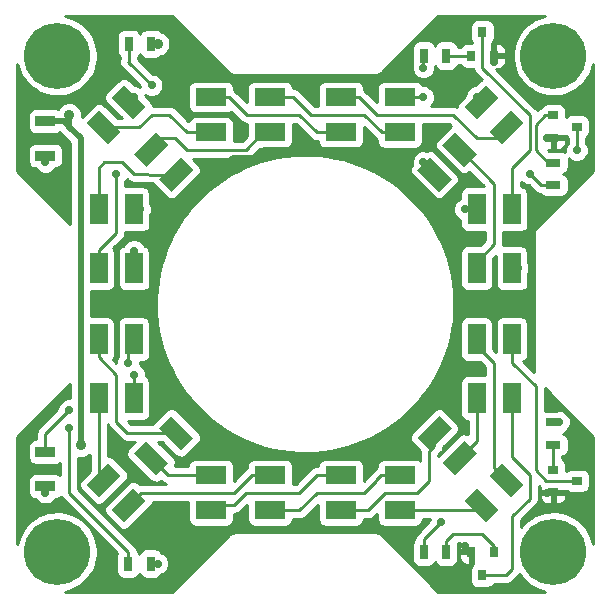
<source format=gtl>
G04 #@! TF.GenerationSoftware,KiCad,Pcbnew,(5.99.0-492-g30da2b31e)*
G04 #@! TF.CreationDate,2019-12-11T09:51:52+01:00*
G04 #@! TF.ProjectId,LED_Panel_Flat,4c45445f-5061-46e6-956c-5f466c61742e,rev?*
G04 #@! TF.SameCoordinates,Original*
G04 #@! TF.FileFunction,Copper,L1,Top*
G04 #@! TF.FilePolarity,Positive*
%FSLAX46Y46*%
G04 Gerber Fmt 4.6, Leading zero omitted, Abs format (unit mm)*
G04 Created by KiCad (PCBNEW (5.99.0-492-g30da2b31e)) date 2019-12-11 09:51:52*
%MOMM*%
%LPD*%
G04 APERTURE LIST*
%ADD10C,5.600000*%
%ADD11R,1.300000X0.700000*%
%ADD12R,0.700000X1.300000*%
%ADD13R,1.700000X0.900000*%
%ADD14R,0.900000X0.800000*%
%ADD15R,0.800000X0.900000*%
%ADD16R,1.500000X2.600000*%
%ADD17R,2.600000X1.500000*%
%ADD18C,0.700000*%
%ADD19C,0.900000*%
%ADD20C,0.250000*%
%ADD21C,0.500000*%
%ADD22C,0.254000*%
G04 APERTURE END LIST*
D10*
X160000000Y-113000000D03*
X160000000Y-71000000D03*
D11*
X160000000Y-103950000D03*
X160000000Y-102050000D03*
D12*
X150950000Y-113000000D03*
X149050000Y-113000000D03*
X150950000Y-71000000D03*
X149050000Y-71000000D03*
D11*
X160000000Y-80050000D03*
X160000000Y-81950000D03*
D12*
X125950000Y-70000000D03*
X124050000Y-70000000D03*
D13*
X117000000Y-76550000D03*
X117000000Y-79450000D03*
D12*
X125900000Y-114000000D03*
X124000000Y-114000000D03*
D13*
X117000000Y-107450000D03*
X117000000Y-104550000D03*
D14*
X160000000Y-106050000D03*
X160000000Y-107950000D03*
X162000000Y-107000000D03*
D15*
X154950000Y-113000000D03*
X153050000Y-113000000D03*
X154000000Y-115000000D03*
X153050000Y-71000000D03*
X154950000Y-71000000D03*
X154000000Y-69000000D03*
D14*
X160000000Y-76050000D03*
X160000000Y-77950000D03*
X162000000Y-77000000D03*
D10*
X118000000Y-71000000D03*
X118000000Y-113000000D03*
D16*
X156500000Y-84000000D03*
X153500000Y-84000000D03*
X156500000Y-89000000D03*
X153500000Y-89000000D03*
X156500000Y-95000000D03*
X153500000Y-95000000D03*
X156500000Y-100000000D03*
X153500000Y-100000000D03*
G04 #@! TA.AperFunction,SMDPad,CuDef*
G36*
X152489771Y-75328249D02*
G01*
X154328249Y-73489771D01*
X155388909Y-74550431D01*
X153550431Y-76388909D01*
X152489771Y-75328249D01*
G37*
G04 #@! TD.AperFunction*
G04 #@! TA.AperFunction,SMDPad,CuDef*
G36*
X154611091Y-77449569D02*
G01*
X156449569Y-75611091D01*
X157510229Y-76671751D01*
X155671751Y-78510229D01*
X154611091Y-77449569D01*
G37*
G04 #@! TD.AperFunction*
G04 #@! TA.AperFunction,SMDPad,CuDef*
G36*
X151671751Y-77489771D02*
G01*
X153510229Y-79328249D01*
X152449569Y-80388909D01*
X150611091Y-78550431D01*
X151671751Y-77489771D01*
G37*
G04 #@! TD.AperFunction*
G04 #@! TA.AperFunction,SMDPad,CuDef*
G36*
X149550431Y-79611091D02*
G01*
X151388909Y-81449569D01*
X150328249Y-82510229D01*
X148489771Y-80671751D01*
X149550431Y-79611091D01*
G37*
G04 #@! TD.AperFunction*
G04 #@! TA.AperFunction,SMDPad,CuDef*
G36*
X155671751Y-105489771D02*
G01*
X157510229Y-107328249D01*
X156449569Y-108388909D01*
X154611091Y-106550431D01*
X155671751Y-105489771D01*
G37*
G04 #@! TD.AperFunction*
G04 #@! TA.AperFunction,SMDPad,CuDef*
G36*
X153550431Y-107611091D02*
G01*
X155388909Y-109449569D01*
X154328249Y-110510229D01*
X152489771Y-108671751D01*
X153550431Y-107611091D01*
G37*
G04 #@! TD.AperFunction*
G04 #@! TA.AperFunction,SMDPad,CuDef*
G36*
X153510229Y-104671751D02*
G01*
X151671751Y-106510229D01*
X150611091Y-105449569D01*
X152449569Y-103611091D01*
X153510229Y-104671751D01*
G37*
G04 #@! TD.AperFunction*
G04 #@! TA.AperFunction,SMDPad,CuDef*
G36*
X151388909Y-102550431D02*
G01*
X149550431Y-104388909D01*
X148489771Y-103328249D01*
X150328249Y-101489771D01*
X151388909Y-102550431D01*
G37*
G04 #@! TD.AperFunction*
D17*
X142000000Y-74500000D03*
X142000000Y-77500000D03*
X147000000Y-74500000D03*
X147000000Y-77500000D03*
X147000000Y-109500000D03*
X147000000Y-106500000D03*
X142000000Y-109500000D03*
X142000000Y-106500000D03*
X131000000Y-74500000D03*
X131000000Y-77500000D03*
X136000000Y-74500000D03*
X136000000Y-77500000D03*
X136000000Y-109500000D03*
X136000000Y-106500000D03*
X131000000Y-109500000D03*
X131000000Y-106500000D03*
G04 #@! TA.AperFunction,SMDPad,CuDef*
G36*
X122328249Y-78510229D02*
G01*
X120489771Y-76671751D01*
X121550431Y-75611091D01*
X123388909Y-77449569D01*
X122328249Y-78510229D01*
G37*
G04 #@! TD.AperFunction*
G04 #@! TA.AperFunction,SMDPad,CuDef*
G36*
X124449569Y-76388909D02*
G01*
X122611091Y-74550431D01*
X123671751Y-73489771D01*
X125510229Y-75328249D01*
X124449569Y-76388909D01*
G37*
G04 #@! TD.AperFunction*
G04 #@! TA.AperFunction,SMDPad,CuDef*
G36*
X124489771Y-79328249D02*
G01*
X126328249Y-77489771D01*
X127388909Y-78550431D01*
X125550431Y-80388909D01*
X124489771Y-79328249D01*
G37*
G04 #@! TD.AperFunction*
G04 #@! TA.AperFunction,SMDPad,CuDef*
G36*
X126611091Y-81449569D02*
G01*
X128449569Y-79611091D01*
X129510229Y-80671751D01*
X127671751Y-82510229D01*
X126611091Y-81449569D01*
G37*
G04 #@! TD.AperFunction*
G04 #@! TA.AperFunction,SMDPad,CuDef*
G36*
X125510229Y-108671751D02*
G01*
X123671751Y-110510229D01*
X122611091Y-109449569D01*
X124449569Y-107611091D01*
X125510229Y-108671751D01*
G37*
G04 #@! TD.AperFunction*
G04 #@! TA.AperFunction,SMDPad,CuDef*
G36*
X123388909Y-106550431D02*
G01*
X121550431Y-108388909D01*
X120489771Y-107328249D01*
X122328249Y-105489771D01*
X123388909Y-106550431D01*
G37*
G04 #@! TD.AperFunction*
G04 #@! TA.AperFunction,SMDPad,CuDef*
G36*
X126328249Y-106510229D02*
G01*
X124489771Y-104671751D01*
X125550431Y-103611091D01*
X127388909Y-105449569D01*
X126328249Y-106510229D01*
G37*
G04 #@! TD.AperFunction*
G04 #@! TA.AperFunction,SMDPad,CuDef*
G36*
X128449569Y-104388909D02*
G01*
X126611091Y-102550431D01*
X127671751Y-101489771D01*
X129510229Y-103328249D01*
X128449569Y-104388909D01*
G37*
G04 #@! TD.AperFunction*
D16*
X121500000Y-89000000D03*
X124500000Y-89000000D03*
X121500000Y-84000000D03*
X124500000Y-84000000D03*
X121500000Y-100000000D03*
X124500000Y-100000000D03*
X121500000Y-95000000D03*
X124500000Y-95000000D03*
D18*
X149000000Y-80000000D03*
X149000000Y-74500000D03*
X152500000Y-84000000D03*
X153500000Y-74500000D03*
X123000000Y-81000000D03*
X124500000Y-74500000D03*
X119000000Y-101000000D03*
X124000000Y-97000000D03*
X119000000Y-102500000D03*
X124500000Y-98000000D03*
X126500000Y-114000000D03*
X117000000Y-108000000D03*
X117000000Y-80000000D03*
X125000000Y-84000000D03*
X124500000Y-87500000D03*
X126000000Y-73500000D03*
X152500000Y-112500000D03*
X159500000Y-108000000D03*
X159500000Y-78000000D03*
X155000000Y-71500000D03*
X162000000Y-79000000D03*
X157000000Y-89000000D03*
X158000000Y-81000000D03*
X149000000Y-72000000D03*
X150500000Y-110500000D03*
X160500000Y-102000000D03*
X126500000Y-110000000D03*
X125500000Y-111000000D03*
X128500000Y-113000000D03*
X129500000Y-112000000D03*
X127000000Y-99500000D03*
X128000000Y-99500000D03*
X127500000Y-98500000D03*
X145500000Y-79500000D03*
X146500000Y-80500000D03*
D19*
X120000000Y-104000000D03*
X119000000Y-76000000D03*
X126500000Y-70000000D03*
D20*
X121500000Y-106500000D02*
X121939340Y-106939340D01*
X121500000Y-100000000D02*
X121500000Y-106500000D01*
X124060660Y-109060660D02*
X125121320Y-108000000D01*
X125121320Y-108000000D02*
X133000000Y-108000000D01*
X133000000Y-108000000D02*
X134500000Y-106500000D01*
X134500000Y-106500000D02*
X136000000Y-106500000D01*
X153500000Y-109500000D02*
X153939340Y-109060660D01*
X147000000Y-109500000D02*
X153500000Y-109500000D01*
X156060660Y-106939340D02*
X155000000Y-105878680D01*
X153500000Y-95550000D02*
X153500000Y-95000000D01*
X155000000Y-97050000D02*
X153500000Y-95550000D01*
X155000000Y-105878680D02*
X155000000Y-97050000D01*
X153500000Y-103621320D02*
X153500000Y-100000000D01*
X152060660Y-105060660D02*
X153500000Y-103621320D01*
X144000000Y-108000000D02*
X145000000Y-107000000D01*
X145000000Y-106950000D02*
X145450000Y-106500000D01*
X145450000Y-106500000D02*
X147000000Y-106500000D01*
X145000000Y-107000000D02*
X145000000Y-106950000D01*
X144274998Y-109500000D02*
X145774998Y-108000000D01*
X142000000Y-109500000D02*
X144274998Y-109500000D01*
X145774998Y-108000000D02*
X148500000Y-108000000D01*
X148500000Y-108000000D02*
X149500000Y-107000000D01*
X149500000Y-107000000D02*
X149500000Y-104500000D01*
X149939340Y-104060660D02*
X149939340Y-102939340D01*
X149500000Y-104500000D02*
X149939340Y-104060660D01*
X140000000Y-108000000D02*
X138500000Y-109500000D01*
X140000000Y-108000000D02*
X144000000Y-108000000D01*
X138500000Y-109500000D02*
X136000000Y-109500000D01*
X131550000Y-109500000D02*
X132050000Y-109000000D01*
X131000000Y-109500000D02*
X131550000Y-109500000D01*
X132050000Y-109000000D02*
X133000000Y-109000000D01*
X133000000Y-109000000D02*
X134000000Y-108000000D01*
X134000000Y-108000000D02*
X138500000Y-108000000D01*
X140000000Y-106500000D02*
X142000000Y-106500000D01*
X138500000Y-108000000D02*
X140000000Y-106500000D01*
X127378680Y-106500000D02*
X125939340Y-105060660D01*
X131000000Y-106500000D02*
X127378680Y-106500000D01*
X128060660Y-102939340D02*
X123939340Y-102939340D01*
X123939340Y-102939340D02*
X123000000Y-102000000D01*
X122950000Y-98000000D02*
X123000000Y-98000000D01*
X121500000Y-96550000D02*
X122950000Y-98000000D01*
X121500000Y-95000000D02*
X121500000Y-96550000D01*
X123000000Y-102000000D02*
X123000000Y-98000000D01*
X124500000Y-100000000D02*
X124500000Y-99450000D01*
X124500000Y-99450000D02*
X124500000Y-98500000D01*
X121939340Y-77060660D02*
X124939340Y-77060660D01*
X124939340Y-77060660D02*
X126000000Y-76000000D01*
X126000000Y-76000000D02*
X127500000Y-76000000D01*
X129000000Y-77500000D02*
X131000000Y-77500000D01*
X127500000Y-76000000D02*
X129000000Y-77500000D01*
X132550000Y-74500000D02*
X134050000Y-76000000D01*
X131000000Y-74500000D02*
X132550000Y-74500000D01*
X134050000Y-76000000D02*
X138500000Y-76000000D01*
X140000000Y-77500000D02*
X142000000Y-77500000D01*
X138500000Y-76000000D02*
X140000000Y-77500000D01*
X126878680Y-78000000D02*
X125939340Y-78939340D01*
X135450000Y-77500000D02*
X133950000Y-79000000D01*
X136000000Y-77500000D02*
X135450000Y-77500000D01*
X133950000Y-79000000D02*
X129000000Y-79000000D01*
X129000000Y-79000000D02*
X128000000Y-78000000D01*
X128000000Y-78000000D02*
X126878680Y-78000000D01*
X138000000Y-74500000D02*
X136000000Y-74500000D01*
X139500000Y-76000000D02*
X138000000Y-74500000D01*
X144000000Y-76000000D02*
X139500000Y-76000000D01*
X147000000Y-77500000D02*
X145500000Y-77500000D01*
X145500000Y-77500000D02*
X144000000Y-76000000D01*
X155121320Y-78000000D02*
X156060660Y-77060660D01*
X143550000Y-74500000D02*
X145050000Y-76000000D01*
X142000000Y-74500000D02*
X143550000Y-74500000D01*
X153500000Y-78000000D02*
X155121320Y-78000000D01*
X145050000Y-76000000D02*
X151500000Y-76000000D01*
X151500000Y-76000000D02*
X153500000Y-78000000D01*
X149939340Y-81060660D02*
X149939340Y-80939340D01*
X149939340Y-80939340D02*
X149000000Y-80000000D01*
X149000000Y-74500000D02*
X147000000Y-74500000D01*
X152060660Y-78939340D02*
X155000000Y-81878680D01*
X153500000Y-88450000D02*
X153500000Y-89000000D01*
X155000000Y-86950000D02*
X153500000Y-88450000D01*
X155000000Y-81878680D02*
X155000000Y-86950000D01*
X153500000Y-84000000D02*
X152500000Y-84000000D01*
X153500000Y-74500000D02*
X153939340Y-74939340D01*
X121500000Y-84000000D02*
X121500000Y-80500000D01*
X127000000Y-81060660D02*
X128060660Y-81060660D01*
X122000000Y-80000000D02*
X123500000Y-80000000D01*
X123500000Y-80000000D02*
X124500000Y-81000000D01*
X121500000Y-80500000D02*
X122000000Y-80000000D01*
X124500000Y-81000000D02*
X127000000Y-81060660D01*
X121500000Y-87450000D02*
X122450000Y-86500000D01*
X121500000Y-89000000D02*
X121500000Y-87450000D01*
X122450000Y-86500000D02*
X122500000Y-86500000D01*
X122500000Y-86500000D02*
X123000000Y-86000000D01*
X123000000Y-86000000D02*
X123000000Y-81000000D01*
X124500000Y-74500000D02*
X124060660Y-74939340D01*
X117000000Y-104550000D02*
X117000000Y-103850000D01*
X117000000Y-103850000D02*
X117000000Y-103000000D01*
X117000000Y-103000000D02*
X119000000Y-101000000D01*
X124000000Y-95500000D02*
X124500000Y-95000000D01*
X124000000Y-97000000D02*
X124000000Y-95500000D01*
X124000000Y-114000000D02*
X124000000Y-113000000D01*
X124000000Y-113000000D02*
X119000000Y-108000000D01*
X119000000Y-108000000D02*
X119000000Y-102500000D01*
X124500000Y-98000000D02*
X124500000Y-100000000D01*
D21*
X125900000Y-114000000D02*
X126500000Y-114000000D01*
X117000000Y-107450000D02*
X117000000Y-108000000D01*
D20*
X117000000Y-79450000D02*
X117000000Y-80000000D01*
X125000000Y-84000000D02*
X124500000Y-84000000D01*
X124500000Y-89000000D02*
X124500000Y-87500000D01*
X126000000Y-73500000D02*
X124000000Y-71500000D01*
X124050000Y-71450000D02*
X124050000Y-70000000D01*
X124000000Y-71500000D02*
X124050000Y-71450000D01*
X154950000Y-112550000D02*
X154950000Y-113000000D01*
X150950000Y-113000000D02*
X150950000Y-112100000D01*
X155000000Y-112500000D02*
X154950000Y-112550000D01*
X153975000Y-111525000D02*
X154000000Y-111500000D01*
X150950000Y-112100000D02*
X151525000Y-111525000D01*
X151525000Y-111525000D02*
X153975000Y-111525000D01*
X154000000Y-111500000D02*
X155000000Y-112500000D01*
X160000000Y-103950000D02*
X160000000Y-106050000D01*
X153050000Y-113000000D02*
X153000000Y-113000000D01*
X153000000Y-113000000D02*
X152500000Y-112500000D01*
X160000000Y-107950000D02*
X159550000Y-107950000D01*
X159550000Y-107950000D02*
X159500000Y-108000000D01*
X159424998Y-107000000D02*
X158500000Y-106075002D01*
X162000000Y-107000000D02*
X159424998Y-107000000D01*
X158500000Y-99000000D02*
X156500000Y-97000000D01*
X158500000Y-106075002D02*
X158500000Y-99000000D01*
X156500000Y-97000000D02*
X156500000Y-95000000D01*
X156500000Y-100000000D02*
X156500000Y-105000000D01*
X158000000Y-106500000D02*
X158000000Y-108500000D01*
X156500000Y-105000000D02*
X158000000Y-106500000D01*
X158000000Y-108500000D02*
X156500000Y-110000000D01*
X156500000Y-110000000D02*
X156500000Y-114500000D01*
X156000000Y-115000000D02*
X154000000Y-115000000D01*
X156500000Y-114500000D02*
X156000000Y-115000000D01*
X160000000Y-77950000D02*
X159550000Y-77950000D01*
X159550000Y-77950000D02*
X159500000Y-78000000D01*
X162000000Y-77000000D02*
X162000000Y-79000000D01*
X157000000Y-89000000D02*
X156500000Y-89000000D01*
X150950000Y-71000000D02*
X153050000Y-71000000D01*
X154000000Y-72000000D02*
X154000000Y-69000000D01*
X158000000Y-76000000D02*
X154000000Y-72000000D01*
X158000000Y-79000000D02*
X158000000Y-76000000D01*
X156500000Y-80500000D02*
X158000000Y-79000000D01*
X156500000Y-84000000D02*
X156500000Y-80500000D01*
X159550000Y-80050000D02*
X160000000Y-80050000D01*
X158500000Y-79000000D02*
X159550000Y-80050000D01*
X158500000Y-76850000D02*
X158500000Y-79000000D01*
X160000000Y-76050000D02*
X159300000Y-76050000D01*
X159300000Y-76050000D02*
X158500000Y-76850000D01*
X160000000Y-81950000D02*
X158950000Y-81950000D01*
X158950000Y-81950000D02*
X158000000Y-81000000D01*
X149000000Y-71050000D02*
X149050000Y-71000000D01*
X149000000Y-72000000D02*
X149000000Y-71050000D01*
X149050000Y-111950000D02*
X149050000Y-113000000D01*
X150500000Y-110500000D02*
X149050000Y-111950000D01*
X160300000Y-102050000D02*
X160350000Y-102000000D01*
X160000000Y-102050000D02*
X160300000Y-102050000D01*
X160350000Y-102000000D02*
X160500000Y-102000000D01*
D21*
X126500000Y-110000000D02*
X125500000Y-111000000D01*
X126500000Y-110000000D02*
X126500000Y-111000000D01*
X126500000Y-111000000D02*
X128500000Y-113000000D01*
X127000000Y-99500000D02*
X128000000Y-99500000D01*
X127500000Y-98500000D02*
X126000000Y-97000000D01*
X126000000Y-97000000D02*
X126000000Y-86500000D01*
X132874990Y-79625010D02*
X134874990Y-79625010D01*
X126000000Y-86500000D02*
X132874990Y-79625010D01*
X134874990Y-79625010D02*
X135500000Y-79000000D01*
X135500000Y-79000000D02*
X145000000Y-79000000D01*
X145000000Y-79000000D02*
X145500000Y-79500000D01*
X119000000Y-77000000D02*
X119000000Y-76000000D01*
X119000000Y-77000000D02*
X120000000Y-78000000D01*
X126500000Y-70000000D02*
X125950000Y-70000000D01*
X120000000Y-103000000D02*
X120000000Y-104000000D01*
X120000000Y-103000000D02*
X120000000Y-103500000D01*
X120000000Y-78000000D02*
X120000000Y-103000000D01*
X118550000Y-76550000D02*
X119000000Y-77000000D01*
X117000000Y-76550000D02*
X118550000Y-76550000D01*
G36*
X119116001Y-100016001D02*
G01*
X118870454Y-100016001D01*
X118620191Y-100083059D01*
X118395810Y-100212605D01*
X118212605Y-100395810D01*
X118083059Y-100620191D01*
X118016001Y-100870454D01*
X118016001Y-100910612D01*
X116534200Y-102392414D01*
X116378303Y-102548310D01*
X116350849Y-102602194D01*
X116315297Y-102651125D01*
X116296608Y-102708645D01*
X116269151Y-102762532D01*
X116259688Y-102822273D01*
X116241001Y-102879787D01*
X116241001Y-102939750D01*
X116241000Y-102939756D01*
X116241000Y-103458163D01*
X116133412Y-103458163D01*
X115832489Y-103538795D01*
X115656835Y-103686185D01*
X115545044Y-103879814D01*
X115508163Y-104088976D01*
X115508163Y-105016588D01*
X115588795Y-105317512D01*
X115736185Y-105493165D01*
X115929814Y-105604956D01*
X116138976Y-105641837D01*
X117866588Y-105641837D01*
X118167512Y-105561205D01*
X118241001Y-105499541D01*
X118241000Y-106493663D01*
X118070186Y-106395044D01*
X117861024Y-106358163D01*
X116133412Y-106358163D01*
X115832489Y-106438795D01*
X115656835Y-106586185D01*
X115545044Y-106779814D01*
X115508163Y-106988976D01*
X115508163Y-107916588D01*
X115588795Y-108217512D01*
X115736185Y-108393165D01*
X115929814Y-108504956D01*
X116138976Y-108541837D01*
X116176606Y-108541837D01*
X116212605Y-108604190D01*
X116395810Y-108787395D01*
X116620191Y-108916941D01*
X116870454Y-108983999D01*
X117129546Y-108983999D01*
X117379809Y-108916941D01*
X117604190Y-108787395D01*
X117787395Y-108604190D01*
X117823394Y-108541837D01*
X117866588Y-108541837D01*
X118167512Y-108461205D01*
X118312316Y-108339700D01*
X118315297Y-108348874D01*
X118350846Y-108397803D01*
X118378302Y-108451689D01*
X118548657Y-108622045D01*
X118548661Y-108622047D01*
X123049210Y-113122597D01*
X123045044Y-113129814D01*
X123008163Y-113338976D01*
X123008163Y-114666588D01*
X123088795Y-114967512D01*
X123236185Y-115143165D01*
X123429814Y-115254956D01*
X123638976Y-115291837D01*
X124366588Y-115291837D01*
X124667512Y-115211205D01*
X124843165Y-115063815D01*
X124954956Y-114870186D01*
X124958036Y-114852718D01*
X124988795Y-114967512D01*
X125136185Y-115143165D01*
X125329814Y-115254956D01*
X125538976Y-115291837D01*
X126266588Y-115291837D01*
X126567512Y-115211205D01*
X126743165Y-115063815D01*
X126818473Y-114933376D01*
X126879809Y-114916942D01*
X127104190Y-114787395D01*
X127287395Y-114604190D01*
X127416941Y-114379809D01*
X127483999Y-114129546D01*
X127483999Y-113870454D01*
X127416941Y-113620191D01*
X127287395Y-113395810D01*
X127104190Y-113212605D01*
X126879809Y-113083059D01*
X126820497Y-113067166D01*
X126811205Y-113032489D01*
X126663815Y-112856835D01*
X126470186Y-112745044D01*
X126261024Y-112708163D01*
X125533412Y-112708163D01*
X125232489Y-112788795D01*
X125056835Y-112936185D01*
X124945044Y-113129814D01*
X124941964Y-113147283D01*
X124911205Y-113032489D01*
X124763815Y-112856835D01*
X124748709Y-112848114D01*
X124740311Y-112822266D01*
X124730850Y-112762533D01*
X124703393Y-112708644D01*
X124684703Y-112651124D01*
X124649154Y-112602196D01*
X124621698Y-112548310D01*
X124465801Y-112392414D01*
X119759000Y-107685614D01*
X119759000Y-105057573D01*
X119931394Y-105090460D01*
X120204736Y-105073262D01*
X120465213Y-104988628D01*
X120696460Y-104841874D01*
X120741001Y-104794443D01*
X120741001Y-106169325D01*
X120024194Y-106886131D01*
X119868425Y-107155932D01*
X119848440Y-107384358D01*
X119906308Y-107600322D01*
X120028129Y-107774302D01*
X121108313Y-108854486D01*
X121378114Y-109010255D01*
X121606540Y-109030240D01*
X121822504Y-108972372D01*
X121996484Y-108850551D01*
X123854486Y-106992549D01*
X124010255Y-106722748D01*
X124030240Y-106494322D01*
X123972372Y-106278358D01*
X123850551Y-106104378D01*
X122770367Y-105024194D01*
X122500566Y-104868425D01*
X122272140Y-104848440D01*
X122259000Y-104851961D01*
X122259000Y-102175608D01*
X122259688Y-102177724D01*
X122269150Y-102237467D01*
X122296609Y-102291357D01*
X122315297Y-102348874D01*
X122350846Y-102397803D01*
X122378302Y-102451689D01*
X122548657Y-102622045D01*
X122548659Y-102622046D01*
X123331753Y-103405141D01*
X123487650Y-103561038D01*
X123541536Y-103588494D01*
X123590465Y-103624043D01*
X123647982Y-103642731D01*
X123701872Y-103670190D01*
X123761615Y-103679652D01*
X123819126Y-103698339D01*
X123879090Y-103698339D01*
X123879096Y-103698340D01*
X124555488Y-103698340D01*
X124024194Y-104229633D01*
X123868425Y-104499434D01*
X123848440Y-104727860D01*
X123906308Y-104943824D01*
X124028129Y-105117804D01*
X125886131Y-106975806D01*
X126155932Y-107131575D01*
X126384358Y-107151560D01*
X126600322Y-107093692D01*
X126774302Y-106971871D01*
X126775732Y-106970440D01*
X126926990Y-107121698D01*
X126980876Y-107149154D01*
X127029805Y-107184703D01*
X127087322Y-107203391D01*
X127141212Y-107230850D01*
X127200955Y-107240312D01*
X127203071Y-107241000D01*
X125001106Y-107241000D01*
X124990589Y-107244417D01*
X124891687Y-107145514D01*
X124621886Y-106989745D01*
X124393460Y-106969760D01*
X124177496Y-107027628D01*
X124003516Y-107149449D01*
X122145514Y-109007451D01*
X121989745Y-109277252D01*
X121969760Y-109505678D01*
X122027628Y-109721642D01*
X122149449Y-109895622D01*
X123229633Y-110975806D01*
X123499434Y-111131575D01*
X123727860Y-111151560D01*
X123943824Y-111093692D01*
X124117804Y-110971871D01*
X125975806Y-109113869D01*
X126131575Y-108844068D01*
X126139018Y-108759000D01*
X129058163Y-108759000D01*
X129058163Y-110266588D01*
X129138795Y-110567512D01*
X129286185Y-110743165D01*
X129479814Y-110854956D01*
X129688976Y-110891837D01*
X132316588Y-110891837D01*
X132617512Y-110811205D01*
X132793165Y-110663815D01*
X132904956Y-110470186D01*
X132941837Y-110261024D01*
X132941837Y-109759000D01*
X133060244Y-109759000D01*
X133060250Y-109758999D01*
X133120213Y-109758999D01*
X133177726Y-109740312D01*
X133237468Y-109730850D01*
X133291359Y-109703390D01*
X133348873Y-109684704D01*
X133397801Y-109649156D01*
X133451690Y-109621697D01*
X133622045Y-109451343D01*
X133622046Y-109451341D01*
X134058163Y-109015225D01*
X134058163Y-110266588D01*
X134138795Y-110567512D01*
X134286185Y-110743165D01*
X134479814Y-110854956D01*
X134688976Y-110891837D01*
X137316588Y-110891837D01*
X137617512Y-110811205D01*
X137793165Y-110663815D01*
X137904956Y-110470186D01*
X137941837Y-110261024D01*
X137941837Y-110259000D01*
X138560244Y-110259000D01*
X138560250Y-110258999D01*
X138620213Y-110258999D01*
X138677726Y-110240312D01*
X138737468Y-110230850D01*
X138791359Y-110203390D01*
X138848873Y-110184704D01*
X138897801Y-110149156D01*
X138951690Y-110121697D01*
X139122045Y-109951343D01*
X139122047Y-109951339D01*
X140058163Y-109015224D01*
X140058163Y-110266588D01*
X140138795Y-110567512D01*
X140286185Y-110743165D01*
X140479814Y-110854956D01*
X140688976Y-110891837D01*
X143316588Y-110891837D01*
X143617512Y-110811205D01*
X143793165Y-110663815D01*
X143904956Y-110470186D01*
X143941837Y-110261024D01*
X143941837Y-110259000D01*
X144335242Y-110259000D01*
X144335248Y-110258999D01*
X144395211Y-110258999D01*
X144452724Y-110240312D01*
X144512466Y-110230850D01*
X144566357Y-110203390D01*
X144623871Y-110184704D01*
X144672799Y-110149156D01*
X144726688Y-110121697D01*
X144897043Y-109951343D01*
X144897045Y-109951339D01*
X145058163Y-109790221D01*
X145058163Y-110266588D01*
X145138795Y-110567512D01*
X145286185Y-110743165D01*
X145479814Y-110854956D01*
X145688976Y-110891837D01*
X148316588Y-110891837D01*
X148617512Y-110811205D01*
X148793165Y-110663815D01*
X148904956Y-110470186D01*
X148941837Y-110261024D01*
X148941837Y-110259000D01*
X149545865Y-110259000D01*
X149516001Y-110370454D01*
X149516001Y-110410611D01*
X148598659Y-111327954D01*
X148598657Y-111327955D01*
X148428302Y-111498311D01*
X148400846Y-111552197D01*
X148365297Y-111601126D01*
X148346609Y-111658643D01*
X148319150Y-111712533D01*
X148309688Y-111772276D01*
X148291001Y-111829787D01*
X148291001Y-111865562D01*
X148206835Y-111936185D01*
X148095044Y-112129814D01*
X148058163Y-112338976D01*
X148058163Y-113666588D01*
X148138795Y-113967512D01*
X148286185Y-114143165D01*
X148479814Y-114254956D01*
X148688976Y-114291837D01*
X149416588Y-114291837D01*
X149717512Y-114211205D01*
X149893165Y-114063815D01*
X150004956Y-113870186D01*
X150008036Y-113852718D01*
X150038795Y-113967512D01*
X150186185Y-114143165D01*
X150379814Y-114254956D01*
X150588976Y-114291837D01*
X151316588Y-114291837D01*
X151617512Y-114211205D01*
X151793165Y-114063815D01*
X151904956Y-113870186D01*
X151941837Y-113661024D01*
X151941837Y-113128000D01*
X152008163Y-113128000D01*
X152008163Y-113466588D01*
X152088795Y-113767512D01*
X152236185Y-113943165D01*
X152429814Y-114054956D01*
X152638976Y-114091837D01*
X152922000Y-114091837D01*
X152922000Y-113128000D01*
X152008163Y-113128000D01*
X151941837Y-113128000D01*
X151941837Y-112333412D01*
X151928597Y-112284000D01*
X152071495Y-112284000D01*
X152045044Y-112329814D01*
X152008163Y-112538976D01*
X152008163Y-112872000D01*
X153178000Y-112872000D01*
X153178000Y-114076471D01*
X153106835Y-114136185D01*
X152995044Y-114329814D01*
X152958163Y-114538976D01*
X152958163Y-115466588D01*
X153038795Y-115767512D01*
X153186185Y-115943165D01*
X153379814Y-116054956D01*
X153588976Y-116091837D01*
X154416588Y-116091837D01*
X154717512Y-116011205D01*
X154893165Y-115863815D01*
X154953679Y-115759000D01*
X156060244Y-115759000D01*
X156060250Y-115758999D01*
X156120213Y-115758999D01*
X156177726Y-115740312D01*
X156237468Y-115730850D01*
X156291359Y-115703390D01*
X156348873Y-115684704D01*
X156397801Y-115649156D01*
X156451690Y-115621697D01*
X156622045Y-115451343D01*
X156622046Y-115451341D01*
X157071918Y-115001470D01*
X157121698Y-114951690D01*
X157144285Y-114907361D01*
X157264191Y-115084128D01*
X157509413Y-115371754D01*
X157784717Y-115630734D01*
X158086777Y-115857938D01*
X158411945Y-116050626D01*
X158756293Y-116206468D01*
X159115663Y-116323581D01*
X159319600Y-116366000D01*
X150262611Y-116366000D01*
X145498522Y-111601912D01*
X145487772Y-111584874D01*
X145433949Y-111537339D01*
X145416170Y-111519559D01*
X145400632Y-111507915D01*
X145351652Y-111464657D01*
X145328259Y-111453674D01*
X145307589Y-111438182D01*
X145246415Y-111415249D01*
X145186911Y-111387311D01*
X145161934Y-111383578D01*
X145137538Y-111374433D01*
X145064343Y-111368993D01*
X145044313Y-111366000D01*
X145024062Y-111366000D01*
X144956435Y-111360975D01*
X144932895Y-111366000D01*
X133071008Y-111366000D01*
X133051368Y-111361556D01*
X132979723Y-111366000D01*
X132954552Y-111366000D01*
X132935320Y-111368755D01*
X132870113Y-111372799D01*
X132845804Y-111381574D01*
X132820230Y-111385237D01*
X132760757Y-111412277D01*
X132698929Y-111434598D01*
X132678630Y-111449619D01*
X132654913Y-111460402D01*
X132599305Y-111508316D01*
X132583027Y-111520361D01*
X132568709Y-111534680D01*
X132517336Y-111578946D01*
X132504244Y-111599145D01*
X127737390Y-116366000D01*
X118689359Y-116366000D01*
X118982545Y-116295882D01*
X119338283Y-116168160D01*
X119677857Y-116002172D01*
X119997165Y-115799923D01*
X120292352Y-115563856D01*
X120559851Y-115296823D01*
X120796433Y-115002050D01*
X120999239Y-114683094D01*
X121165819Y-114343811D01*
X121294163Y-113988296D01*
X121382720Y-113620845D01*
X121430481Y-113245403D01*
X121434242Y-112814504D01*
X121393039Y-112438286D01*
X121310910Y-112069346D01*
X121188790Y-111711645D01*
X121028156Y-111369506D01*
X120830947Y-111047060D01*
X120599547Y-110748202D01*
X120336748Y-110476541D01*
X120045727Y-110235359D01*
X119729996Y-110027569D01*
X119393371Y-109855679D01*
X119039917Y-109721767D01*
X118673902Y-109627450D01*
X118299748Y-109573867D01*
X117921973Y-109561665D01*
X117545142Y-109590991D01*
X117173803Y-109661492D01*
X116812444Y-109772315D01*
X116465427Y-109922124D01*
X116136946Y-110109106D01*
X115830967Y-110331005D01*
X115551185Y-110585141D01*
X115300981Y-110868443D01*
X115083375Y-111177491D01*
X114900998Y-111508550D01*
X114756049Y-111857624D01*
X114650281Y-112220496D01*
X114634000Y-112313304D01*
X114634000Y-103262609D01*
X119116001Y-98780609D01*
X119116001Y-100016001D01*
G37*
D22*
X119116001Y-100016001D02*
X118870454Y-100016001D01*
X118620191Y-100083059D01*
X118395810Y-100212605D01*
X118212605Y-100395810D01*
X118083059Y-100620191D01*
X118016001Y-100870454D01*
X118016001Y-100910612D01*
X116534200Y-102392414D01*
X116378303Y-102548310D01*
X116350849Y-102602194D01*
X116315297Y-102651125D01*
X116296608Y-102708645D01*
X116269151Y-102762532D01*
X116259688Y-102822273D01*
X116241001Y-102879787D01*
X116241001Y-102939750D01*
X116241000Y-102939756D01*
X116241000Y-103458163D01*
X116133412Y-103458163D01*
X115832489Y-103538795D01*
X115656835Y-103686185D01*
X115545044Y-103879814D01*
X115508163Y-104088976D01*
X115508163Y-105016588D01*
X115588795Y-105317512D01*
X115736185Y-105493165D01*
X115929814Y-105604956D01*
X116138976Y-105641837D01*
X117866588Y-105641837D01*
X118167512Y-105561205D01*
X118241001Y-105499541D01*
X118241000Y-106493663D01*
X118070186Y-106395044D01*
X117861024Y-106358163D01*
X116133412Y-106358163D01*
X115832489Y-106438795D01*
X115656835Y-106586185D01*
X115545044Y-106779814D01*
X115508163Y-106988976D01*
X115508163Y-107916588D01*
X115588795Y-108217512D01*
X115736185Y-108393165D01*
X115929814Y-108504956D01*
X116138976Y-108541837D01*
X116176606Y-108541837D01*
X116212605Y-108604190D01*
X116395810Y-108787395D01*
X116620191Y-108916941D01*
X116870454Y-108983999D01*
X117129546Y-108983999D01*
X117379809Y-108916941D01*
X117604190Y-108787395D01*
X117787395Y-108604190D01*
X117823394Y-108541837D01*
X117866588Y-108541837D01*
X118167512Y-108461205D01*
X118312316Y-108339700D01*
X118315297Y-108348874D01*
X118350846Y-108397803D01*
X118378302Y-108451689D01*
X118548657Y-108622045D01*
X118548661Y-108622047D01*
X123049210Y-113122597D01*
X123045044Y-113129814D01*
X123008163Y-113338976D01*
X123008163Y-114666588D01*
X123088795Y-114967512D01*
X123236185Y-115143165D01*
X123429814Y-115254956D01*
X123638976Y-115291837D01*
X124366588Y-115291837D01*
X124667512Y-115211205D01*
X124843165Y-115063815D01*
X124954956Y-114870186D01*
X124958036Y-114852718D01*
X124988795Y-114967512D01*
X125136185Y-115143165D01*
X125329814Y-115254956D01*
X125538976Y-115291837D01*
X126266588Y-115291837D01*
X126567512Y-115211205D01*
X126743165Y-115063815D01*
X126818473Y-114933376D01*
X126879809Y-114916942D01*
X127104190Y-114787395D01*
X127287395Y-114604190D01*
X127416941Y-114379809D01*
X127483999Y-114129546D01*
X127483999Y-113870454D01*
X127416941Y-113620191D01*
X127287395Y-113395810D01*
X127104190Y-113212605D01*
X126879809Y-113083059D01*
X126820497Y-113067166D01*
X126811205Y-113032489D01*
X126663815Y-112856835D01*
X126470186Y-112745044D01*
X126261024Y-112708163D01*
X125533412Y-112708163D01*
X125232489Y-112788795D01*
X125056835Y-112936185D01*
X124945044Y-113129814D01*
X124941964Y-113147283D01*
X124911205Y-113032489D01*
X124763815Y-112856835D01*
X124748709Y-112848114D01*
X124740311Y-112822266D01*
X124730850Y-112762533D01*
X124703393Y-112708644D01*
X124684703Y-112651124D01*
X124649154Y-112602196D01*
X124621698Y-112548310D01*
X124465801Y-112392414D01*
X119759000Y-107685614D01*
X119759000Y-105057573D01*
X119931394Y-105090460D01*
X120204736Y-105073262D01*
X120465213Y-104988628D01*
X120696460Y-104841874D01*
X120741001Y-104794443D01*
X120741001Y-106169325D01*
X120024194Y-106886131D01*
X119868425Y-107155932D01*
X119848440Y-107384358D01*
X119906308Y-107600322D01*
X120028129Y-107774302D01*
X121108313Y-108854486D01*
X121378114Y-109010255D01*
X121606540Y-109030240D01*
X121822504Y-108972372D01*
X121996484Y-108850551D01*
X123854486Y-106992549D01*
X124010255Y-106722748D01*
X124030240Y-106494322D01*
X123972372Y-106278358D01*
X123850551Y-106104378D01*
X122770367Y-105024194D01*
X122500566Y-104868425D01*
X122272140Y-104848440D01*
X122259000Y-104851961D01*
X122259000Y-102175608D01*
X122259688Y-102177724D01*
X122269150Y-102237467D01*
X122296609Y-102291357D01*
X122315297Y-102348874D01*
X122350846Y-102397803D01*
X122378302Y-102451689D01*
X122548657Y-102622045D01*
X122548659Y-102622046D01*
X123331753Y-103405141D01*
X123487650Y-103561038D01*
X123541536Y-103588494D01*
X123590465Y-103624043D01*
X123647982Y-103642731D01*
X123701872Y-103670190D01*
X123761615Y-103679652D01*
X123819126Y-103698339D01*
X123879090Y-103698339D01*
X123879096Y-103698340D01*
X124555488Y-103698340D01*
X124024194Y-104229633D01*
X123868425Y-104499434D01*
X123848440Y-104727860D01*
X123906308Y-104943824D01*
X124028129Y-105117804D01*
X125886131Y-106975806D01*
X126155932Y-107131575D01*
X126384358Y-107151560D01*
X126600322Y-107093692D01*
X126774302Y-106971871D01*
X126775732Y-106970440D01*
X126926990Y-107121698D01*
X126980876Y-107149154D01*
X127029805Y-107184703D01*
X127087322Y-107203391D01*
X127141212Y-107230850D01*
X127200955Y-107240312D01*
X127203071Y-107241000D01*
X125001106Y-107241000D01*
X124990589Y-107244417D01*
X124891687Y-107145514D01*
X124621886Y-106989745D01*
X124393460Y-106969760D01*
X124177496Y-107027628D01*
X124003516Y-107149449D01*
X122145514Y-109007451D01*
X121989745Y-109277252D01*
X121969760Y-109505678D01*
X122027628Y-109721642D01*
X122149449Y-109895622D01*
X123229633Y-110975806D01*
X123499434Y-111131575D01*
X123727860Y-111151560D01*
X123943824Y-111093692D01*
X124117804Y-110971871D01*
X125975806Y-109113869D01*
X126131575Y-108844068D01*
X126139018Y-108759000D01*
X129058163Y-108759000D01*
X129058163Y-110266588D01*
X129138795Y-110567512D01*
X129286185Y-110743165D01*
X129479814Y-110854956D01*
X129688976Y-110891837D01*
X132316588Y-110891837D01*
X132617512Y-110811205D01*
X132793165Y-110663815D01*
X132904956Y-110470186D01*
X132941837Y-110261024D01*
X132941837Y-109759000D01*
X133060244Y-109759000D01*
X133060250Y-109758999D01*
X133120213Y-109758999D01*
X133177726Y-109740312D01*
X133237468Y-109730850D01*
X133291359Y-109703390D01*
X133348873Y-109684704D01*
X133397801Y-109649156D01*
X133451690Y-109621697D01*
X133622045Y-109451343D01*
X133622046Y-109451341D01*
X134058163Y-109015225D01*
X134058163Y-110266588D01*
X134138795Y-110567512D01*
X134286185Y-110743165D01*
X134479814Y-110854956D01*
X134688976Y-110891837D01*
X137316588Y-110891837D01*
X137617512Y-110811205D01*
X137793165Y-110663815D01*
X137904956Y-110470186D01*
X137941837Y-110261024D01*
X137941837Y-110259000D01*
X138560244Y-110259000D01*
X138560250Y-110258999D01*
X138620213Y-110258999D01*
X138677726Y-110240312D01*
X138737468Y-110230850D01*
X138791359Y-110203390D01*
X138848873Y-110184704D01*
X138897801Y-110149156D01*
X138951690Y-110121697D01*
X139122045Y-109951343D01*
X139122047Y-109951339D01*
X140058163Y-109015224D01*
X140058163Y-110266588D01*
X140138795Y-110567512D01*
X140286185Y-110743165D01*
X140479814Y-110854956D01*
X140688976Y-110891837D01*
X143316588Y-110891837D01*
X143617512Y-110811205D01*
X143793165Y-110663815D01*
X143904956Y-110470186D01*
X143941837Y-110261024D01*
X143941837Y-110259000D01*
X144335242Y-110259000D01*
X144335248Y-110258999D01*
X144395211Y-110258999D01*
X144452724Y-110240312D01*
X144512466Y-110230850D01*
X144566357Y-110203390D01*
X144623871Y-110184704D01*
X144672799Y-110149156D01*
X144726688Y-110121697D01*
X144897043Y-109951343D01*
X144897045Y-109951339D01*
X145058163Y-109790221D01*
X145058163Y-110266588D01*
X145138795Y-110567512D01*
X145286185Y-110743165D01*
X145479814Y-110854956D01*
X145688976Y-110891837D01*
X148316588Y-110891837D01*
X148617512Y-110811205D01*
X148793165Y-110663815D01*
X148904956Y-110470186D01*
X148941837Y-110261024D01*
X148941837Y-110259000D01*
X149545865Y-110259000D01*
X149516001Y-110370454D01*
X149516001Y-110410611D01*
X148598659Y-111327954D01*
X148598657Y-111327955D01*
X148428302Y-111498311D01*
X148400846Y-111552197D01*
X148365297Y-111601126D01*
X148346609Y-111658643D01*
X148319150Y-111712533D01*
X148309688Y-111772276D01*
X148291001Y-111829787D01*
X148291001Y-111865562D01*
X148206835Y-111936185D01*
X148095044Y-112129814D01*
X148058163Y-112338976D01*
X148058163Y-113666588D01*
X148138795Y-113967512D01*
X148286185Y-114143165D01*
X148479814Y-114254956D01*
X148688976Y-114291837D01*
X149416588Y-114291837D01*
X149717512Y-114211205D01*
X149893165Y-114063815D01*
X150004956Y-113870186D01*
X150008036Y-113852718D01*
X150038795Y-113967512D01*
X150186185Y-114143165D01*
X150379814Y-114254956D01*
X150588976Y-114291837D01*
X151316588Y-114291837D01*
X151617512Y-114211205D01*
X151793165Y-114063815D01*
X151904956Y-113870186D01*
X151941837Y-113661024D01*
X151941837Y-113128000D01*
X152008163Y-113128000D01*
X152008163Y-113466588D01*
X152088795Y-113767512D01*
X152236185Y-113943165D01*
X152429814Y-114054956D01*
X152638976Y-114091837D01*
X152922000Y-114091837D01*
X152922000Y-113128000D01*
X152008163Y-113128000D01*
X151941837Y-113128000D01*
X151941837Y-112333412D01*
X151928597Y-112284000D01*
X152071495Y-112284000D01*
X152045044Y-112329814D01*
X152008163Y-112538976D01*
X152008163Y-112872000D01*
X153178000Y-112872000D01*
X153178000Y-114076471D01*
X153106835Y-114136185D01*
X152995044Y-114329814D01*
X152958163Y-114538976D01*
X152958163Y-115466588D01*
X153038795Y-115767512D01*
X153186185Y-115943165D01*
X153379814Y-116054956D01*
X153588976Y-116091837D01*
X154416588Y-116091837D01*
X154717512Y-116011205D01*
X154893165Y-115863815D01*
X154953679Y-115759000D01*
X156060244Y-115759000D01*
X156060250Y-115758999D01*
X156120213Y-115758999D01*
X156177726Y-115740312D01*
X156237468Y-115730850D01*
X156291359Y-115703390D01*
X156348873Y-115684704D01*
X156397801Y-115649156D01*
X156451690Y-115621697D01*
X156622045Y-115451343D01*
X156622046Y-115451341D01*
X157071918Y-115001470D01*
X157121698Y-114951690D01*
X157144285Y-114907361D01*
X157264191Y-115084128D01*
X157509413Y-115371754D01*
X157784717Y-115630734D01*
X158086777Y-115857938D01*
X158411945Y-116050626D01*
X158756293Y-116206468D01*
X159115663Y-116323581D01*
X159319600Y-116366000D01*
X150262611Y-116366000D01*
X145498522Y-111601912D01*
X145487772Y-111584874D01*
X145433949Y-111537339D01*
X145416170Y-111519559D01*
X145400632Y-111507915D01*
X145351652Y-111464657D01*
X145328259Y-111453674D01*
X145307589Y-111438182D01*
X145246415Y-111415249D01*
X145186911Y-111387311D01*
X145161934Y-111383578D01*
X145137538Y-111374433D01*
X145064343Y-111368993D01*
X145044313Y-111366000D01*
X145024062Y-111366000D01*
X144956435Y-111360975D01*
X144932895Y-111366000D01*
X133071008Y-111366000D01*
X133051368Y-111361556D01*
X132979723Y-111366000D01*
X132954552Y-111366000D01*
X132935320Y-111368755D01*
X132870113Y-111372799D01*
X132845804Y-111381574D01*
X132820230Y-111385237D01*
X132760757Y-111412277D01*
X132698929Y-111434598D01*
X132678630Y-111449619D01*
X132654913Y-111460402D01*
X132599305Y-111508316D01*
X132583027Y-111520361D01*
X132568709Y-111534680D01*
X132517336Y-111578946D01*
X132504244Y-111599145D01*
X127737390Y-116366000D01*
X118689359Y-116366000D01*
X118982545Y-116295882D01*
X119338283Y-116168160D01*
X119677857Y-116002172D01*
X119997165Y-115799923D01*
X120292352Y-115563856D01*
X120559851Y-115296823D01*
X120796433Y-115002050D01*
X120999239Y-114683094D01*
X121165819Y-114343811D01*
X121294163Y-113988296D01*
X121382720Y-113620845D01*
X121430481Y-113245403D01*
X121434242Y-112814504D01*
X121393039Y-112438286D01*
X121310910Y-112069346D01*
X121188790Y-111711645D01*
X121028156Y-111369506D01*
X120830947Y-111047060D01*
X120599547Y-110748202D01*
X120336748Y-110476541D01*
X120045727Y-110235359D01*
X119729996Y-110027569D01*
X119393371Y-109855679D01*
X119039917Y-109721767D01*
X118673902Y-109627450D01*
X118299748Y-109573867D01*
X117921973Y-109561665D01*
X117545142Y-109590991D01*
X117173803Y-109661492D01*
X116812444Y-109772315D01*
X116465427Y-109922124D01*
X116136946Y-110109106D01*
X115830967Y-110331005D01*
X115551185Y-110585141D01*
X115300981Y-110868443D01*
X115083375Y-111177491D01*
X114900998Y-111508550D01*
X114756049Y-111857624D01*
X114650281Y-112220496D01*
X114634000Y-112313304D01*
X114634000Y-103262609D01*
X119116001Y-98780609D01*
X119116001Y-100016001D01*
G36*
X163366000Y-103262610D02*
G01*
X163366001Y-112316826D01*
X163310910Y-112069346D01*
X163188790Y-111711645D01*
X163028156Y-111369506D01*
X162830947Y-111047060D01*
X162599547Y-110748202D01*
X162336748Y-110476541D01*
X162045727Y-110235359D01*
X161729996Y-110027569D01*
X161393371Y-109855679D01*
X161039917Y-109721767D01*
X160673902Y-109627450D01*
X160299748Y-109573867D01*
X159921973Y-109561665D01*
X159545142Y-109590991D01*
X159173803Y-109661492D01*
X158812444Y-109772315D01*
X158465427Y-109922124D01*
X158136946Y-110109106D01*
X157830967Y-110331005D01*
X157551185Y-110585141D01*
X157300981Y-110868443D01*
X157259000Y-110928065D01*
X157259000Y-110314386D01*
X158571918Y-109001469D01*
X158621698Y-108951690D01*
X158649154Y-108897804D01*
X158684703Y-108848875D01*
X158703391Y-108791358D01*
X158730850Y-108737468D01*
X158740312Y-108677725D01*
X158758999Y-108620214D01*
X158758999Y-108560250D01*
X158759000Y-108560244D01*
X158759000Y-108078000D01*
X158908163Y-108078000D01*
X158908163Y-108366588D01*
X158988795Y-108667512D01*
X159136185Y-108843165D01*
X159329814Y-108954956D01*
X159538976Y-108991837D01*
X159872000Y-108991837D01*
X159872000Y-108078000D01*
X160128000Y-108078000D01*
X160128000Y-108991837D01*
X160466588Y-108991837D01*
X160767512Y-108911205D01*
X160943165Y-108763815D01*
X161054956Y-108570186D01*
X161091837Y-108361024D01*
X161091837Y-108078000D01*
X160128000Y-108078000D01*
X159872000Y-108078000D01*
X158908163Y-108078000D01*
X158759000Y-108078000D01*
X158759000Y-107407391D01*
X158908163Y-107556554D01*
X158908163Y-107822000D01*
X161076471Y-107822000D01*
X161136185Y-107893165D01*
X161329814Y-108004956D01*
X161538976Y-108041837D01*
X162466588Y-108041837D01*
X162767512Y-107961205D01*
X162943165Y-107813815D01*
X163054956Y-107620186D01*
X163091837Y-107411024D01*
X163091837Y-106583412D01*
X163011205Y-106282489D01*
X162863815Y-106106835D01*
X162670186Y-105995044D01*
X162461024Y-105958163D01*
X161533412Y-105958163D01*
X161232489Y-106038795D01*
X161091837Y-106156816D01*
X161091837Y-105633412D01*
X161011205Y-105332489D01*
X160863815Y-105156835D01*
X160759000Y-105096321D01*
X160759000Y-104917075D01*
X160967512Y-104861205D01*
X161143165Y-104713815D01*
X161254956Y-104520186D01*
X161291837Y-104311024D01*
X161291837Y-103583412D01*
X161211205Y-103282489D01*
X161063815Y-103106835D01*
X160870186Y-102995044D01*
X160852718Y-102991964D01*
X160967512Y-102961205D01*
X161143165Y-102813815D01*
X161232495Y-102659089D01*
X161287395Y-102604190D01*
X161416941Y-102379809D01*
X161483999Y-102129546D01*
X161483999Y-101870454D01*
X161416941Y-101620191D01*
X161287395Y-101395810D01*
X161104190Y-101212605D01*
X160879809Y-101083059D01*
X160629546Y-101016001D01*
X160370454Y-101016001D01*
X160213102Y-101058163D01*
X159333412Y-101058163D01*
X159259000Y-101078102D01*
X159259000Y-99155609D01*
X163366000Y-103262610D01*
G37*
X163366000Y-103262610D02*
X163366001Y-112316826D01*
X163310910Y-112069346D01*
X163188790Y-111711645D01*
X163028156Y-111369506D01*
X162830947Y-111047060D01*
X162599547Y-110748202D01*
X162336748Y-110476541D01*
X162045727Y-110235359D01*
X161729996Y-110027569D01*
X161393371Y-109855679D01*
X161039917Y-109721767D01*
X160673902Y-109627450D01*
X160299748Y-109573867D01*
X159921973Y-109561665D01*
X159545142Y-109590991D01*
X159173803Y-109661492D01*
X158812444Y-109772315D01*
X158465427Y-109922124D01*
X158136946Y-110109106D01*
X157830967Y-110331005D01*
X157551185Y-110585141D01*
X157300981Y-110868443D01*
X157259000Y-110928065D01*
X157259000Y-110314386D01*
X158571918Y-109001469D01*
X158621698Y-108951690D01*
X158649154Y-108897804D01*
X158684703Y-108848875D01*
X158703391Y-108791358D01*
X158730850Y-108737468D01*
X158740312Y-108677725D01*
X158758999Y-108620214D01*
X158758999Y-108560250D01*
X158759000Y-108560244D01*
X158759000Y-108078000D01*
X158908163Y-108078000D01*
X158908163Y-108366588D01*
X158988795Y-108667512D01*
X159136185Y-108843165D01*
X159329814Y-108954956D01*
X159538976Y-108991837D01*
X159872000Y-108991837D01*
X159872000Y-108078000D01*
X160128000Y-108078000D01*
X160128000Y-108991837D01*
X160466588Y-108991837D01*
X160767512Y-108911205D01*
X160943165Y-108763815D01*
X161054956Y-108570186D01*
X161091837Y-108361024D01*
X161091837Y-108078000D01*
X160128000Y-108078000D01*
X159872000Y-108078000D01*
X158908163Y-108078000D01*
X158759000Y-108078000D01*
X158759000Y-107407391D01*
X158908163Y-107556554D01*
X158908163Y-107822000D01*
X161076471Y-107822000D01*
X161136185Y-107893165D01*
X161329814Y-108004956D01*
X161538976Y-108041837D01*
X162466588Y-108041837D01*
X162767512Y-107961205D01*
X162943165Y-107813815D01*
X163054956Y-107620186D01*
X163091837Y-107411024D01*
X163091837Y-106583412D01*
X163011205Y-106282489D01*
X162863815Y-106106835D01*
X162670186Y-105995044D01*
X162461024Y-105958163D01*
X161533412Y-105958163D01*
X161232489Y-106038795D01*
X161091837Y-106156816D01*
X161091837Y-105633412D01*
X161011205Y-105332489D01*
X160863815Y-105156835D01*
X160759000Y-105096321D01*
X160759000Y-104917075D01*
X160967512Y-104861205D01*
X161143165Y-104713815D01*
X161254956Y-104520186D01*
X161291837Y-104311024D01*
X161291837Y-103583412D01*
X161211205Y-103282489D01*
X161063815Y-103106835D01*
X160870186Y-102995044D01*
X160852718Y-102991964D01*
X160967512Y-102961205D01*
X161143165Y-102813815D01*
X161232495Y-102659089D01*
X161287395Y-102604190D01*
X161416941Y-102379809D01*
X161483999Y-102129546D01*
X161483999Y-101870454D01*
X161416941Y-101620191D01*
X161287395Y-101395810D01*
X161104190Y-101212605D01*
X160879809Y-101083059D01*
X160629546Y-101016001D01*
X160370454Y-101016001D01*
X160213102Y-101058163D01*
X159333412Y-101058163D01*
X159259000Y-101078102D01*
X159259000Y-99155609D01*
X163366000Y-103262610D01*
G36*
X132501478Y-72398088D02*
G01*
X132512228Y-72415126D01*
X132566051Y-72462661D01*
X132583829Y-72480440D01*
X132599366Y-72492084D01*
X132648347Y-72535343D01*
X132671738Y-72546325D01*
X132692411Y-72561818D01*
X132753588Y-72584753D01*
X132813089Y-72612689D01*
X132838065Y-72616422D01*
X132862461Y-72625567D01*
X132935657Y-72631006D01*
X132955687Y-72634000D01*
X132975938Y-72634000D01*
X133043565Y-72639025D01*
X133067105Y-72634000D01*
X144928991Y-72634000D01*
X144948633Y-72638445D01*
X145020272Y-72634000D01*
X145045447Y-72634000D01*
X145064683Y-72631245D01*
X145129885Y-72627200D01*
X145154188Y-72618427D01*
X145179772Y-72614763D01*
X145239250Y-72587719D01*
X145301068Y-72565403D01*
X145321365Y-72550384D01*
X145345089Y-72539597D01*
X145400701Y-72491678D01*
X145416970Y-72479640D01*
X145431276Y-72465333D01*
X145482664Y-72421054D01*
X145495761Y-72400848D01*
X150262610Y-67634000D01*
X159318607Y-67634000D01*
X159173803Y-67661492D01*
X158812444Y-67772315D01*
X158465427Y-67922124D01*
X158136946Y-68109106D01*
X157830967Y-68331005D01*
X157551185Y-68585141D01*
X157300981Y-68868443D01*
X157083375Y-69177491D01*
X156900998Y-69508550D01*
X156756049Y-69857624D01*
X156650281Y-70220496D01*
X156584972Y-70592783D01*
X156560910Y-70969988D01*
X156578385Y-71347555D01*
X156637188Y-71720925D01*
X156736606Y-72085587D01*
X156875440Y-72437137D01*
X157052012Y-72771330D01*
X157264191Y-73084128D01*
X157509413Y-73371754D01*
X157784717Y-73630734D01*
X158086777Y-73857938D01*
X158411945Y-74050626D01*
X158756293Y-74206468D01*
X159115663Y-74323581D01*
X159485715Y-74400552D01*
X159861978Y-74436450D01*
X160239908Y-74430843D01*
X160614940Y-74383798D01*
X160982545Y-74295882D01*
X161338283Y-74168160D01*
X161677857Y-74002172D01*
X161997165Y-73799923D01*
X162292352Y-73563856D01*
X162559851Y-73296823D01*
X162796433Y-73002050D01*
X162999239Y-72683094D01*
X163165819Y-72343811D01*
X163294163Y-71988296D01*
X163366000Y-71690221D01*
X163366001Y-80737388D01*
X158601912Y-85501478D01*
X158584874Y-85512228D01*
X158537339Y-85566051D01*
X158519559Y-85583830D01*
X158507915Y-85599367D01*
X158464657Y-85648347D01*
X158453673Y-85671743D01*
X158438181Y-85692413D01*
X158415247Y-85753588D01*
X158387311Y-85813090D01*
X158383578Y-85838065D01*
X158374432Y-85862462D01*
X158368994Y-85935657D01*
X158366000Y-85955687D01*
X158366000Y-85975938D01*
X158360975Y-86043565D01*
X158366000Y-86067105D01*
X158366001Y-97792614D01*
X157462681Y-96889294D01*
X157567512Y-96861205D01*
X157743165Y-96713815D01*
X157854956Y-96520186D01*
X157891837Y-96311024D01*
X157891837Y-93683412D01*
X157811205Y-93382489D01*
X157663815Y-93206835D01*
X157470186Y-93095044D01*
X157261024Y-93058163D01*
X155733412Y-93058163D01*
X155432489Y-93138795D01*
X155256835Y-93286185D01*
X155145044Y-93479814D01*
X155108163Y-93688976D01*
X155108163Y-96084776D01*
X154891837Y-95868450D01*
X154891837Y-93683412D01*
X154811205Y-93382489D01*
X154663815Y-93206835D01*
X154470186Y-93095044D01*
X154261024Y-93058163D01*
X152733412Y-93058163D01*
X152432489Y-93138795D01*
X152256835Y-93286185D01*
X152145044Y-93479814D01*
X152108163Y-93688976D01*
X152108163Y-96316588D01*
X152188795Y-96617512D01*
X152336185Y-96793165D01*
X152529814Y-96904956D01*
X152738976Y-96941837D01*
X153818450Y-96941837D01*
X154241001Y-97364388D01*
X154241001Y-98058163D01*
X152733412Y-98058163D01*
X152432489Y-98138795D01*
X152256835Y-98286185D01*
X152145044Y-98479814D01*
X152108163Y-98688976D01*
X152108163Y-101316588D01*
X152188795Y-101617512D01*
X152336185Y-101793165D01*
X152529814Y-101904956D01*
X152738976Y-101941837D01*
X152741000Y-101941837D01*
X152741000Y-103058515D01*
X152621886Y-102989745D01*
X152393460Y-102969760D01*
X152177496Y-103027628D01*
X152003516Y-103149449D01*
X150259000Y-104893965D01*
X150259000Y-104814388D01*
X150522228Y-104551161D01*
X150522231Y-104551157D01*
X150561038Y-104512350D01*
X150588493Y-104458465D01*
X150624043Y-104409535D01*
X150642732Y-104352018D01*
X150670190Y-104298127D01*
X150679650Y-104238395D01*
X150698340Y-104180874D01*
X150698340Y-104148694D01*
X151854486Y-102992549D01*
X152010255Y-102722748D01*
X152030240Y-102494322D01*
X151972372Y-102278358D01*
X151850551Y-102104378D01*
X150770367Y-101024194D01*
X150500566Y-100868425D01*
X150272140Y-100848440D01*
X150056176Y-100906308D01*
X149882196Y-101028129D01*
X148024194Y-102886131D01*
X147868425Y-103155932D01*
X147848440Y-103384358D01*
X147906308Y-103600322D01*
X148028129Y-103774302D01*
X148741001Y-104487173D01*
X148741001Y-105289234D01*
X148713815Y-105256835D01*
X148520186Y-105145044D01*
X148311024Y-105108163D01*
X145683412Y-105108163D01*
X145382489Y-105188795D01*
X145206835Y-105336185D01*
X145095044Y-105529814D01*
X145058163Y-105738976D01*
X145058163Y-105846510D01*
X145052196Y-105850846D01*
X144998310Y-105878302D01*
X144948531Y-105928082D01*
X144534200Y-106342414D01*
X144378303Y-106498310D01*
X144350844Y-106552200D01*
X144315297Y-106601126D01*
X144310393Y-106616218D01*
X143941837Y-106984775D01*
X143941837Y-105733412D01*
X143861205Y-105432489D01*
X143713815Y-105256835D01*
X143520186Y-105145044D01*
X143311024Y-105108163D01*
X140683412Y-105108163D01*
X140382489Y-105188795D01*
X140206835Y-105336185D01*
X140095044Y-105529814D01*
X140058163Y-105738976D01*
X140058163Y-105741000D01*
X139939756Y-105741000D01*
X139939750Y-105741001D01*
X139879786Y-105741001D01*
X139822275Y-105759688D01*
X139762532Y-105769150D01*
X139708642Y-105796609D01*
X139651125Y-105815297D01*
X139602196Y-105850846D01*
X139548310Y-105878302D01*
X139498531Y-105928082D01*
X138185614Y-107241000D01*
X137941837Y-107241000D01*
X137941837Y-105733412D01*
X137861205Y-105432489D01*
X137713815Y-105256835D01*
X137520186Y-105145044D01*
X137311024Y-105108163D01*
X134683412Y-105108163D01*
X134382489Y-105188795D01*
X134206835Y-105336185D01*
X134095044Y-105529814D01*
X134058163Y-105738976D01*
X134058163Y-105873282D01*
X134048310Y-105878302D01*
X133998531Y-105928082D01*
X132941837Y-106984777D01*
X132941837Y-105733412D01*
X132861205Y-105432489D01*
X132713815Y-105256835D01*
X132520186Y-105145044D01*
X132311024Y-105108163D01*
X129683412Y-105108163D01*
X129382489Y-105188795D01*
X129206835Y-105336185D01*
X129095044Y-105529814D01*
X129058163Y-105738976D01*
X129058163Y-105741000D01*
X127941485Y-105741000D01*
X128010255Y-105621886D01*
X128030240Y-105393460D01*
X127972372Y-105177496D01*
X127850551Y-105003516D01*
X126545374Y-103698340D01*
X126851306Y-103698340D01*
X128007451Y-104854486D01*
X128277252Y-105010255D01*
X128505678Y-105030240D01*
X128721642Y-104972372D01*
X128895622Y-104850551D01*
X129975806Y-103770367D01*
X130131575Y-103500566D01*
X130151560Y-103272140D01*
X130093692Y-103056176D01*
X129971871Y-102882196D01*
X128113869Y-101024194D01*
X127844068Y-100868425D01*
X127615642Y-100848440D01*
X127399678Y-100906308D01*
X127225698Y-101028129D01*
X126145514Y-102108313D01*
X126103930Y-102180340D01*
X124253728Y-102180340D01*
X124015224Y-101941837D01*
X125266588Y-101941837D01*
X125567512Y-101861205D01*
X125743165Y-101713815D01*
X125854956Y-101520186D01*
X125891837Y-101311024D01*
X125891837Y-98683412D01*
X125811205Y-98382489D01*
X125663815Y-98206835D01*
X125483999Y-98103019D01*
X125483999Y-97870454D01*
X125416941Y-97620191D01*
X125287395Y-97395810D01*
X125104190Y-97212605D01*
X124980828Y-97141382D01*
X124983999Y-97129546D01*
X124983999Y-96941837D01*
X125266588Y-96941837D01*
X125567512Y-96861205D01*
X125743165Y-96713815D01*
X125854956Y-96520186D01*
X125891837Y-96311024D01*
X125891837Y-93683412D01*
X125811205Y-93382489D01*
X125663815Y-93206835D01*
X125470186Y-93095044D01*
X125261024Y-93058163D01*
X123733412Y-93058163D01*
X123432489Y-93138795D01*
X123256835Y-93286185D01*
X123145044Y-93479814D01*
X123108163Y-93688976D01*
X123108163Y-96316588D01*
X123155768Y-96494254D01*
X123083059Y-96620191D01*
X123016001Y-96870454D01*
X123016001Y-96992612D01*
X122739923Y-96716535D01*
X122743165Y-96713814D01*
X122854956Y-96520186D01*
X122891837Y-96311024D01*
X122891837Y-93683412D01*
X122811205Y-93382489D01*
X122663815Y-93206835D01*
X122470186Y-93095044D01*
X122261024Y-93058163D01*
X120884000Y-93058163D01*
X120884000Y-92176469D01*
X126362172Y-92176469D01*
X126391728Y-92881657D01*
X126460603Y-93584094D01*
X126568581Y-94281592D01*
X126715326Y-94971976D01*
X126900382Y-95653090D01*
X127123169Y-96322813D01*
X127382993Y-96979055D01*
X127679045Y-97619771D01*
X128010401Y-98242961D01*
X128376028Y-98846683D01*
X128774785Y-99429053D01*
X129205430Y-99988257D01*
X129666618Y-100522548D01*
X130156913Y-101030263D01*
X130674785Y-101509817D01*
X131218617Y-101959715D01*
X131786717Y-102378554D01*
X132377311Y-102765027D01*
X132988557Y-103117931D01*
X133618550Y-103436164D01*
X134265325Y-103718733D01*
X134926865Y-103964757D01*
X135601106Y-104173470D01*
X136285947Y-104344220D01*
X136979252Y-104476475D01*
X137678858Y-104569822D01*
X138382584Y-104623971D01*
X139088237Y-104638752D01*
X139793613Y-104614119D01*
X140496515Y-104550150D01*
X141194750Y-104447044D01*
X141886140Y-104305123D01*
X142568531Y-104124827D01*
X143239792Y-103906721D01*
X143897833Y-103651484D01*
X144540599Y-103359912D01*
X145166087Y-103032915D01*
X145772348Y-102671512D01*
X146357487Y-102276830D01*
X146919683Y-101850100D01*
X147457182Y-101392652D01*
X147968307Y-100905915D01*
X148451465Y-100391403D01*
X148905149Y-99850724D01*
X149327943Y-99285563D01*
X149718531Y-98697682D01*
X150075693Y-98088914D01*
X150398315Y-97461158D01*
X150685393Y-96816372D01*
X150936030Y-96156565D01*
X151149444Y-95483797D01*
X151324972Y-94800165D01*
X151462063Y-94107800D01*
X151560660Y-93406245D01*
X151634280Y-91649735D01*
X151594733Y-90942390D01*
X151516057Y-90240982D01*
X151398352Y-89545060D01*
X151241981Y-88856794D01*
X151047434Y-88178329D01*
X150815318Y-87511782D01*
X150546356Y-86859231D01*
X150241387Y-86222712D01*
X149901362Y-85604209D01*
X149527342Y-85005650D01*
X149120491Y-84428905D01*
X148682082Y-83875769D01*
X148213478Y-83347968D01*
X147716143Y-82847149D01*
X147191626Y-82374872D01*
X146641564Y-81932610D01*
X146067673Y-81521745D01*
X145471741Y-81143554D01*
X144855626Y-80799220D01*
X144709317Y-80727860D01*
X147848440Y-80727860D01*
X147906308Y-80943824D01*
X148028129Y-81117804D01*
X149886131Y-82975806D01*
X150155932Y-83131575D01*
X150384358Y-83151560D01*
X150600322Y-83093692D01*
X150774302Y-82971871D01*
X151854486Y-81891687D01*
X152010255Y-81621886D01*
X152030240Y-81393460D01*
X151972372Y-81177496D01*
X151850551Y-81003516D01*
X149992549Y-79145514D01*
X149722748Y-78989745D01*
X149494322Y-78969760D01*
X149278357Y-79027628D01*
X149249181Y-79048057D01*
X149129546Y-79016001D01*
X148870454Y-79016001D01*
X148620191Y-79083059D01*
X148395810Y-79212605D01*
X148212605Y-79395810D01*
X148083059Y-79620191D01*
X148016001Y-79870454D01*
X148016001Y-80129546D01*
X148038883Y-80214944D01*
X148024194Y-80229633D01*
X147868425Y-80499434D01*
X147848440Y-80727860D01*
X144709317Y-80727860D01*
X144221251Y-80489814D01*
X143570594Y-80216303D01*
X142905684Y-79979539D01*
X142228595Y-79780261D01*
X141541436Y-79619089D01*
X140846353Y-79496527D01*
X140145510Y-79412958D01*
X139441097Y-79368640D01*
X138735307Y-79363711D01*
X138030344Y-79398190D01*
X137328403Y-79471967D01*
X136631677Y-79584813D01*
X135942335Y-79736374D01*
X135262528Y-79926179D01*
X134594377Y-80153636D01*
X133939964Y-80418036D01*
X133301331Y-80718554D01*
X132680470Y-81054253D01*
X132079315Y-81424086D01*
X131499743Y-81826899D01*
X130943560Y-82261436D01*
X130412500Y-82726344D01*
X129908221Y-83220171D01*
X129432294Y-83741378D01*
X128986204Y-84288339D01*
X128571341Y-84859348D01*
X128189000Y-85452625D01*
X127840372Y-86066320D01*
X127526545Y-86698519D01*
X127248499Y-87347251D01*
X127007099Y-88010493D01*
X126803099Y-88686175D01*
X126637133Y-89372192D01*
X126509722Y-90066403D01*
X126421261Y-90766644D01*
X126372026Y-91470730D01*
X126365220Y-91958109D01*
X126362172Y-92176469D01*
X120884000Y-92176469D01*
X120884000Y-90941837D01*
X122266588Y-90941837D01*
X122567512Y-90861205D01*
X122743165Y-90713815D01*
X122854956Y-90520186D01*
X122891837Y-90311024D01*
X122891837Y-87688976D01*
X123108163Y-87688976D01*
X123108163Y-90316588D01*
X123188795Y-90617512D01*
X123336185Y-90793165D01*
X123529814Y-90904956D01*
X123738976Y-90941837D01*
X125266588Y-90941837D01*
X125567512Y-90861205D01*
X125743165Y-90713815D01*
X125854956Y-90520186D01*
X125891837Y-90311024D01*
X125891837Y-87683412D01*
X125811205Y-87382489D01*
X125663815Y-87206835D01*
X125470186Y-87095044D01*
X125394743Y-87081741D01*
X125287395Y-86895810D01*
X125104190Y-86712605D01*
X124879809Y-86583059D01*
X124629546Y-86516001D01*
X124370454Y-86516001D01*
X124120191Y-86583059D01*
X123895810Y-86712605D01*
X123712605Y-86895810D01*
X123597908Y-87094471D01*
X123432489Y-87138795D01*
X123256835Y-87286185D01*
X123145044Y-87479814D01*
X123108163Y-87688976D01*
X122891837Y-87688976D01*
X122891837Y-87683412D01*
X122811205Y-87382489D01*
X122733502Y-87289885D01*
X122833781Y-87189607D01*
X122848874Y-87184703D01*
X122897800Y-87149156D01*
X122951690Y-87121697D01*
X123122045Y-86951343D01*
X123122046Y-86951341D01*
X123571918Y-86501470D01*
X123621698Y-86451690D01*
X123649154Y-86397804D01*
X123684703Y-86348876D01*
X123703394Y-86291352D01*
X123730850Y-86237466D01*
X123740311Y-86177733D01*
X123759000Y-86120214D01*
X123759000Y-85941837D01*
X125266588Y-85941837D01*
X125567512Y-85861205D01*
X125743165Y-85713815D01*
X125854956Y-85520186D01*
X125891837Y-85311024D01*
X125891837Y-84423291D01*
X125916941Y-84379809D01*
X125983999Y-84129546D01*
X125983999Y-83870454D01*
X125916941Y-83620191D01*
X125891837Y-83576709D01*
X125891837Y-82683412D01*
X125811205Y-82382489D01*
X125663815Y-82206835D01*
X125470186Y-82095044D01*
X125261024Y-82058163D01*
X123759000Y-82058163D01*
X123759000Y-81632585D01*
X123787395Y-81604190D01*
X123876488Y-81449876D01*
X123956819Y-81530207D01*
X124033363Y-81610558D01*
X124094704Y-81643710D01*
X124151126Y-81684703D01*
X124199829Y-81700528D01*
X124244875Y-81724874D01*
X124313462Y-81737450D01*
X124379787Y-81759000D01*
X124490806Y-81759000D01*
X126080800Y-81797580D01*
X126149449Y-81895622D01*
X127229633Y-82975806D01*
X127499434Y-83131575D01*
X127727860Y-83151560D01*
X127943824Y-83093692D01*
X128117804Y-82971871D01*
X129975806Y-81113869D01*
X130131575Y-80844068D01*
X130151560Y-80615642D01*
X130093692Y-80399678D01*
X129971871Y-80225698D01*
X129505172Y-79759000D01*
X134010244Y-79759000D01*
X134010250Y-79758999D01*
X134070213Y-79758999D01*
X134127726Y-79740312D01*
X134187468Y-79730850D01*
X134241359Y-79703390D01*
X134298873Y-79684704D01*
X134347801Y-79649156D01*
X134401690Y-79621697D01*
X134572045Y-79451343D01*
X134572047Y-79451339D01*
X135131549Y-78891837D01*
X137316588Y-78891837D01*
X137617512Y-78811205D01*
X137793165Y-78663815D01*
X137904956Y-78470186D01*
X137941837Y-78261024D01*
X137941837Y-76759000D01*
X138185614Y-76759000D01*
X139392414Y-77965801D01*
X139548310Y-78121698D01*
X139602196Y-78149154D01*
X139651125Y-78184703D01*
X139708642Y-78203391D01*
X139762532Y-78230850D01*
X139822275Y-78240312D01*
X139879786Y-78258999D01*
X139939750Y-78258999D01*
X139939756Y-78259000D01*
X140058163Y-78259000D01*
X140058163Y-78266588D01*
X140138795Y-78567512D01*
X140286185Y-78743165D01*
X140479814Y-78854956D01*
X140688976Y-78891837D01*
X143316588Y-78891837D01*
X143617512Y-78811205D01*
X143793165Y-78663815D01*
X143904956Y-78470186D01*
X143941837Y-78261024D01*
X143941837Y-77015223D01*
X144892414Y-77965801D01*
X145048310Y-78121698D01*
X145058163Y-78126718D01*
X145058163Y-78266588D01*
X145138795Y-78567512D01*
X145286185Y-78743165D01*
X145479814Y-78854956D01*
X145688976Y-78891837D01*
X148316588Y-78891837D01*
X148617512Y-78811205D01*
X148793165Y-78663815D01*
X148904956Y-78470186D01*
X148941837Y-78261024D01*
X148941837Y-76759000D01*
X151185614Y-76759000D01*
X151360414Y-76933800D01*
X151225698Y-77028129D01*
X150145514Y-78108313D01*
X149989745Y-78378114D01*
X149969760Y-78606540D01*
X150027628Y-78822504D01*
X150149449Y-78996484D01*
X152007451Y-80854486D01*
X152277252Y-81010255D01*
X152505678Y-81030240D01*
X152721642Y-80972372D01*
X152895622Y-80850551D01*
X152897053Y-80849120D01*
X154106096Y-82058163D01*
X152733412Y-82058163D01*
X152432489Y-82138795D01*
X152256835Y-82286185D01*
X152145044Y-82479814D01*
X152108163Y-82688976D01*
X152108163Y-83090003D01*
X151895810Y-83212605D01*
X151712605Y-83395810D01*
X151583059Y-83620191D01*
X151516001Y-83870454D01*
X151516001Y-84129546D01*
X151583059Y-84379809D01*
X151712605Y-84604190D01*
X151895810Y-84787395D01*
X152108163Y-84909997D01*
X152108163Y-85316588D01*
X152188795Y-85617512D01*
X152336185Y-85793165D01*
X152529814Y-85904956D01*
X152738976Y-85941837D01*
X154241001Y-85941837D01*
X154241001Y-86635612D01*
X153818450Y-87058163D01*
X152733412Y-87058163D01*
X152432489Y-87138795D01*
X152256835Y-87286185D01*
X152145044Y-87479814D01*
X152108163Y-87688976D01*
X152108163Y-90316588D01*
X152188795Y-90617512D01*
X152336185Y-90793165D01*
X152529814Y-90904956D01*
X152738976Y-90941837D01*
X154266588Y-90941837D01*
X154567512Y-90861205D01*
X154743165Y-90713815D01*
X154854956Y-90520186D01*
X154891837Y-90311024D01*
X154891837Y-88131551D01*
X155108163Y-87915224D01*
X155108163Y-90316588D01*
X155188795Y-90617512D01*
X155336185Y-90793165D01*
X155529814Y-90904956D01*
X155738976Y-90941837D01*
X157266588Y-90941837D01*
X157567512Y-90861205D01*
X157743165Y-90713815D01*
X157854956Y-90520186D01*
X157891837Y-90311024D01*
X157891837Y-89423291D01*
X157916941Y-89379809D01*
X157983999Y-89129546D01*
X157983999Y-88870454D01*
X157916941Y-88620191D01*
X157891837Y-88576709D01*
X157891837Y-87683412D01*
X157811205Y-87382489D01*
X157663815Y-87206835D01*
X157470186Y-87095044D01*
X157261024Y-87058163D01*
X155758999Y-87058163D01*
X155758999Y-87010250D01*
X155759000Y-87010244D01*
X155759000Y-85941837D01*
X157266588Y-85941837D01*
X157567512Y-85861205D01*
X157743165Y-85713815D01*
X157854956Y-85520186D01*
X157891837Y-85311024D01*
X157891837Y-82683412D01*
X157811205Y-82382489D01*
X157663815Y-82206835D01*
X157470186Y-82095044D01*
X157261024Y-82058163D01*
X157259000Y-82058163D01*
X157259000Y-81650585D01*
X157395810Y-81787395D01*
X157620191Y-81916941D01*
X157870454Y-81983999D01*
X157910612Y-81983999D01*
X158342413Y-82415801D01*
X158498310Y-82571698D01*
X158552196Y-82599154D01*
X158601125Y-82634703D01*
X158658642Y-82653391D01*
X158712532Y-82680850D01*
X158772275Y-82690312D01*
X158829786Y-82708999D01*
X158865562Y-82708999D01*
X158936186Y-82793165D01*
X159129814Y-82904956D01*
X159338976Y-82941837D01*
X160666588Y-82941837D01*
X160967512Y-82861205D01*
X161143165Y-82713815D01*
X161254956Y-82520186D01*
X161291837Y-82311024D01*
X161291837Y-81583412D01*
X161211205Y-81282489D01*
X161063815Y-81106835D01*
X160870186Y-80995044D01*
X160852718Y-80991964D01*
X160967512Y-80961205D01*
X161143165Y-80813815D01*
X161254956Y-80620186D01*
X161291837Y-80411024D01*
X161291837Y-79683422D01*
X161395810Y-79787395D01*
X161620191Y-79916941D01*
X161870454Y-79983999D01*
X162129546Y-79983999D01*
X162379809Y-79916941D01*
X162604190Y-79787395D01*
X162787395Y-79604190D01*
X162916941Y-79379809D01*
X162983999Y-79129546D01*
X162983999Y-78870454D01*
X162916941Y-78620191D01*
X162787395Y-78395810D01*
X162759000Y-78367415D01*
X162759000Y-77963486D01*
X162767512Y-77961205D01*
X162943165Y-77813815D01*
X163054956Y-77620186D01*
X163091837Y-77411024D01*
X163091837Y-76583412D01*
X163011205Y-76282489D01*
X162863815Y-76106835D01*
X162670186Y-75995044D01*
X162461024Y-75958163D01*
X161533412Y-75958163D01*
X161232489Y-76038795D01*
X161091837Y-76156815D01*
X161091837Y-75633412D01*
X161011205Y-75332489D01*
X160863815Y-75156835D01*
X160670186Y-75045044D01*
X160461024Y-75008163D01*
X159533412Y-75008163D01*
X159232489Y-75088795D01*
X159056836Y-75236185D01*
X158989489Y-75352832D01*
X158951125Y-75365297D01*
X158902196Y-75400846D01*
X158848310Y-75428302D01*
X158659785Y-75616828D01*
X158649154Y-75602196D01*
X158621698Y-75548310D01*
X158465801Y-75392414D01*
X155165223Y-72091837D01*
X155366588Y-72091837D01*
X155667512Y-72011205D01*
X155843165Y-71863815D01*
X155954956Y-71670186D01*
X155991837Y-71461024D01*
X155991837Y-71128000D01*
X154822000Y-71128000D01*
X154822000Y-69923529D01*
X154840312Y-69908163D01*
X155078000Y-69908163D01*
X155078000Y-70872000D01*
X155991837Y-70872000D01*
X155991837Y-70533412D01*
X155911205Y-70232489D01*
X155763815Y-70056835D01*
X155570186Y-69945044D01*
X155361024Y-69908163D01*
X155078000Y-69908163D01*
X154840312Y-69908163D01*
X154893165Y-69863815D01*
X155004956Y-69670186D01*
X155041837Y-69461024D01*
X155041837Y-68533412D01*
X154961205Y-68232489D01*
X154813815Y-68056835D01*
X154620186Y-67945044D01*
X154411024Y-67908163D01*
X153583412Y-67908163D01*
X153282489Y-67988795D01*
X153106835Y-68136185D01*
X152995044Y-68329814D01*
X152958163Y-68538976D01*
X152958163Y-69466588D01*
X153038795Y-69767512D01*
X153156815Y-69908163D01*
X152633412Y-69908163D01*
X152332489Y-69988795D01*
X152156835Y-70136185D01*
X152096321Y-70241000D01*
X151917075Y-70241000D01*
X151861205Y-70032489D01*
X151713815Y-69856835D01*
X151520186Y-69745044D01*
X151311024Y-69708163D01*
X150583412Y-69708163D01*
X150282489Y-69788795D01*
X150106835Y-69936185D01*
X149995044Y-70129814D01*
X149991964Y-70147283D01*
X149961205Y-70032489D01*
X149813815Y-69856835D01*
X149620186Y-69745044D01*
X149411024Y-69708163D01*
X148683412Y-69708163D01*
X148382489Y-69788795D01*
X148206835Y-69936185D01*
X148095044Y-70129814D01*
X148058163Y-70338976D01*
X148058163Y-71666589D01*
X148064395Y-71689846D01*
X148016001Y-71870454D01*
X148016001Y-72129546D01*
X148083059Y-72379809D01*
X148212605Y-72604190D01*
X148395810Y-72787395D01*
X148620191Y-72916941D01*
X148870454Y-72983999D01*
X149129546Y-72983999D01*
X149379809Y-72916941D01*
X149604190Y-72787395D01*
X149787395Y-72604190D01*
X149916941Y-72379809D01*
X149983999Y-72129546D01*
X149983999Y-71906485D01*
X150004956Y-71870187D01*
X150008036Y-71852718D01*
X150038795Y-71967512D01*
X150186185Y-72143165D01*
X150379814Y-72254956D01*
X150588976Y-72291837D01*
X151316588Y-72291837D01*
X151617512Y-72211205D01*
X151793165Y-72063815D01*
X151904956Y-71870186D01*
X151924561Y-71759000D01*
X152086514Y-71759000D01*
X152088795Y-71767512D01*
X152236185Y-71943165D01*
X152429814Y-72054956D01*
X152638976Y-72091837D01*
X153241001Y-72091837D01*
X153241001Y-72120213D01*
X153259688Y-72177724D01*
X153269150Y-72237467D01*
X153296609Y-72291357D01*
X153315297Y-72348874D01*
X153350846Y-72397803D01*
X153378302Y-72451689D01*
X153548657Y-72622045D01*
X153548661Y-72622047D01*
X153924866Y-72998252D01*
X153882196Y-73028129D01*
X153394325Y-73516001D01*
X153370454Y-73516001D01*
X153120191Y-73583059D01*
X152895810Y-73712605D01*
X152712605Y-73895810D01*
X152583059Y-74120191D01*
X152516001Y-74370454D01*
X152516001Y-74394325D01*
X152024194Y-74886131D01*
X151868425Y-75155932D01*
X151854147Y-75319128D01*
X151848873Y-75315296D01*
X151791359Y-75296610D01*
X151737468Y-75269150D01*
X151677726Y-75259688D01*
X151620213Y-75241001D01*
X151560250Y-75241001D01*
X151560244Y-75241000D01*
X149650585Y-75241000D01*
X149787395Y-75104190D01*
X149916941Y-74879809D01*
X149983999Y-74629546D01*
X149983999Y-74370454D01*
X149916941Y-74120191D01*
X149787395Y-73895810D01*
X149604190Y-73712605D01*
X149379809Y-73583059D01*
X149129546Y-73516001D01*
X148883582Y-73516001D01*
X148861205Y-73432489D01*
X148713815Y-73256835D01*
X148520186Y-73145044D01*
X148311024Y-73108163D01*
X145683412Y-73108163D01*
X145382489Y-73188795D01*
X145206835Y-73336185D01*
X145095044Y-73529814D01*
X145058163Y-73738976D01*
X145058163Y-74934776D01*
X144172047Y-74048661D01*
X144172045Y-74048657D01*
X144001690Y-73878303D01*
X143947801Y-73850844D01*
X143941837Y-73846511D01*
X143941837Y-73733412D01*
X143861205Y-73432489D01*
X143713815Y-73256835D01*
X143520186Y-73145044D01*
X143311024Y-73108163D01*
X140683412Y-73108163D01*
X140382489Y-73188795D01*
X140206835Y-73336185D01*
X140095044Y-73529814D01*
X140058163Y-73738976D01*
X140058163Y-75241000D01*
X139814387Y-75241000D01*
X138622047Y-74048661D01*
X138622045Y-74048657D01*
X138451690Y-73878303D01*
X138397801Y-73850844D01*
X138348873Y-73815296D01*
X138291359Y-73796610D01*
X138237468Y-73769150D01*
X138177726Y-73759688D01*
X138120213Y-73741001D01*
X138060250Y-73741001D01*
X138060244Y-73741000D01*
X137941837Y-73741000D01*
X137941837Y-73733412D01*
X137861205Y-73432489D01*
X137713815Y-73256835D01*
X137520186Y-73145044D01*
X137311024Y-73108163D01*
X134683412Y-73108163D01*
X134382489Y-73188795D01*
X134206835Y-73336185D01*
X134095044Y-73529814D01*
X134058163Y-73738976D01*
X134058163Y-74934776D01*
X133172047Y-74048661D01*
X133172045Y-74048657D01*
X133001690Y-73878303D01*
X132947801Y-73850844D01*
X132941837Y-73846511D01*
X132941837Y-73733412D01*
X132861205Y-73432489D01*
X132713815Y-73256835D01*
X132520186Y-73145044D01*
X132311024Y-73108163D01*
X129683412Y-73108163D01*
X129382489Y-73188795D01*
X129206835Y-73336185D01*
X129095044Y-73529814D01*
X129058163Y-73738976D01*
X129058163Y-75266588D01*
X129138795Y-75567512D01*
X129286185Y-75743165D01*
X129479814Y-75854956D01*
X129688976Y-75891837D01*
X132316588Y-75891837D01*
X132617512Y-75811205D01*
X132710115Y-75733502D01*
X133442413Y-76465801D01*
X133598310Y-76621698D01*
X133652196Y-76649154D01*
X133701125Y-76684703D01*
X133758642Y-76703391D01*
X133812532Y-76730850D01*
X133872275Y-76740312D01*
X133929786Y-76758999D01*
X133989750Y-76758999D01*
X133989756Y-76759000D01*
X134058163Y-76759000D01*
X134058163Y-77818451D01*
X133635614Y-78241000D01*
X132941837Y-78241000D01*
X132941837Y-76733412D01*
X132861205Y-76432489D01*
X132713815Y-76256835D01*
X132520186Y-76145044D01*
X132311024Y-76108163D01*
X129683412Y-76108163D01*
X129382489Y-76188795D01*
X129206835Y-76336185D01*
X129098030Y-76524643D01*
X128122047Y-75548661D01*
X128122045Y-75548657D01*
X127951690Y-75378303D01*
X127897801Y-75350844D01*
X127848873Y-75315296D01*
X127791359Y-75296610D01*
X127737468Y-75269150D01*
X127677726Y-75259688D01*
X127620213Y-75241001D01*
X127560250Y-75241001D01*
X127560244Y-75241000D01*
X126143216Y-75241000D01*
X126093692Y-75056176D01*
X125971871Y-74882196D01*
X125483999Y-74394325D01*
X125483999Y-74370454D01*
X125473810Y-74332428D01*
X125620191Y-74416941D01*
X125870454Y-74483999D01*
X126129546Y-74483999D01*
X126379809Y-74416941D01*
X126604190Y-74287395D01*
X126787395Y-74104190D01*
X126916941Y-73879809D01*
X126983999Y-73629546D01*
X126983999Y-73370454D01*
X126916941Y-73120191D01*
X126787395Y-72895810D01*
X126604190Y-72712605D01*
X126379809Y-72583059D01*
X126129546Y-72516001D01*
X126089388Y-72516001D01*
X124809000Y-71235614D01*
X124809000Y-71134437D01*
X124893165Y-71063814D01*
X125004956Y-70870186D01*
X125008036Y-70852718D01*
X125038795Y-70967512D01*
X125186185Y-71143165D01*
X125379814Y-71254956D01*
X125588976Y-71291837D01*
X126316588Y-71291837D01*
X126617512Y-71211205D01*
X126793164Y-71063815D01*
X126806869Y-71040077D01*
X126965213Y-70988628D01*
X127196460Y-70841874D01*
X127383944Y-70642224D01*
X127515888Y-70402218D01*
X127584000Y-70136942D01*
X127584000Y-69863058D01*
X127515888Y-69597782D01*
X127383944Y-69357776D01*
X127196460Y-69158126D01*
X126965212Y-69011372D01*
X126797859Y-68956996D01*
X126713815Y-68856835D01*
X126520186Y-68745044D01*
X126311024Y-68708163D01*
X125583412Y-68708163D01*
X125282489Y-68788795D01*
X125106835Y-68936185D01*
X124995044Y-69129814D01*
X124991964Y-69147283D01*
X124961205Y-69032489D01*
X124813815Y-68856835D01*
X124620186Y-68745044D01*
X124411024Y-68708163D01*
X123683412Y-68708163D01*
X123382489Y-68788795D01*
X123206835Y-68936185D01*
X123095044Y-69129814D01*
X123058163Y-69338976D01*
X123058163Y-70666588D01*
X123138795Y-70967512D01*
X123286186Y-71143165D01*
X123291000Y-71145944D01*
X123291000Y-71225904D01*
X123241001Y-71379787D01*
X123241001Y-71620213D01*
X123315297Y-71848874D01*
X123456617Y-72043383D01*
X123505546Y-72078932D01*
X125016001Y-73589388D01*
X125016001Y-73629546D01*
X125026190Y-73667572D01*
X124879809Y-73583059D01*
X124629546Y-73516001D01*
X124605675Y-73516001D01*
X124113869Y-73024194D01*
X123844068Y-72868425D01*
X123615642Y-72848440D01*
X123399678Y-72906308D01*
X123225698Y-73028129D01*
X122145514Y-74108313D01*
X121989745Y-74378114D01*
X121969760Y-74606540D01*
X122027628Y-74822504D01*
X122149449Y-74996484D01*
X123454626Y-76301660D01*
X123148694Y-76301660D01*
X121992549Y-75145514D01*
X121722748Y-74989745D01*
X121494322Y-74969760D01*
X121278358Y-75027628D01*
X121104378Y-75149449D01*
X120072640Y-76181187D01*
X120084000Y-76136942D01*
X120084000Y-75863058D01*
X120015888Y-75597782D01*
X119883944Y-75357776D01*
X119696460Y-75158126D01*
X119465213Y-75011372D01*
X119204736Y-74926738D01*
X118931394Y-74909540D01*
X118662363Y-74960862D01*
X118414547Y-75077474D01*
X118203518Y-75252054D01*
X118042534Y-75473628D01*
X118036413Y-75489089D01*
X117861024Y-75458163D01*
X116133412Y-75458163D01*
X115832489Y-75538795D01*
X115656835Y-75686185D01*
X115545044Y-75879814D01*
X115508163Y-76088976D01*
X115508163Y-77016588D01*
X115588795Y-77317512D01*
X115736185Y-77493165D01*
X115929814Y-77604956D01*
X116138976Y-77641837D01*
X117866588Y-77641837D01*
X118167512Y-77561205D01*
X118245556Y-77495719D01*
X118351146Y-77601309D01*
X118412911Y-77672992D01*
X118441095Y-77691259D01*
X119116000Y-78366165D01*
X119116000Y-85219389D01*
X114634000Y-80737390D01*
X114634000Y-78988976D01*
X115508163Y-78988976D01*
X115508163Y-79916588D01*
X115588795Y-80217512D01*
X115736185Y-80393165D01*
X115929814Y-80504956D01*
X116138976Y-80541837D01*
X116176606Y-80541837D01*
X116212605Y-80604190D01*
X116395810Y-80787395D01*
X116620191Y-80916941D01*
X116870454Y-80983999D01*
X117129546Y-80983999D01*
X117379809Y-80916941D01*
X117604190Y-80787395D01*
X117787395Y-80604190D01*
X117823394Y-80541837D01*
X117866588Y-80541837D01*
X118167512Y-80461205D01*
X118343165Y-80313815D01*
X118454956Y-80120186D01*
X118491837Y-79911024D01*
X118491837Y-78983412D01*
X118411205Y-78682489D01*
X118263815Y-78506835D01*
X118070186Y-78395044D01*
X117861024Y-78358163D01*
X116133412Y-78358163D01*
X115832489Y-78438795D01*
X115656835Y-78586185D01*
X115545044Y-78779814D01*
X115508163Y-78988976D01*
X114634000Y-78988976D01*
X114634000Y-71700683D01*
X114637188Y-71720925D01*
X114736606Y-72085587D01*
X114875440Y-72437137D01*
X115052012Y-72771330D01*
X115264191Y-73084128D01*
X115509413Y-73371754D01*
X115784717Y-73630734D01*
X116086777Y-73857938D01*
X116411945Y-74050626D01*
X116756293Y-74206468D01*
X117115663Y-74323581D01*
X117485715Y-74400552D01*
X117861978Y-74436450D01*
X118239908Y-74430843D01*
X118614940Y-74383798D01*
X118982545Y-74295882D01*
X119338283Y-74168160D01*
X119677857Y-74002172D01*
X119997165Y-73799923D01*
X120292352Y-73563856D01*
X120559851Y-73296823D01*
X120796433Y-73002050D01*
X120999239Y-72683094D01*
X121165819Y-72343811D01*
X121294163Y-71988296D01*
X121382720Y-71620845D01*
X121430481Y-71245403D01*
X121434242Y-70814504D01*
X121393039Y-70438286D01*
X121310910Y-70069346D01*
X121188790Y-69711645D01*
X121028156Y-69369506D01*
X120830947Y-69047060D01*
X120599547Y-68748202D01*
X120336748Y-68476541D01*
X120045727Y-68235359D01*
X119729996Y-68027569D01*
X119393371Y-67855679D01*
X119039917Y-67721767D01*
X118699321Y-67634000D01*
X127737391Y-67634000D01*
X132501478Y-72398088D01*
G37*
X132501478Y-72398088D02*
X132512228Y-72415126D01*
X132566051Y-72462661D01*
X132583829Y-72480440D01*
X132599366Y-72492084D01*
X132648347Y-72535343D01*
X132671738Y-72546325D01*
X132692411Y-72561818D01*
X132753588Y-72584753D01*
X132813089Y-72612689D01*
X132838065Y-72616422D01*
X132862461Y-72625567D01*
X132935657Y-72631006D01*
X132955687Y-72634000D01*
X132975938Y-72634000D01*
X133043565Y-72639025D01*
X133067105Y-72634000D01*
X144928991Y-72634000D01*
X144948633Y-72638445D01*
X145020272Y-72634000D01*
X145045447Y-72634000D01*
X145064683Y-72631245D01*
X145129885Y-72627200D01*
X145154188Y-72618427D01*
X145179772Y-72614763D01*
X145239250Y-72587719D01*
X145301068Y-72565403D01*
X145321365Y-72550384D01*
X145345089Y-72539597D01*
X145400701Y-72491678D01*
X145416970Y-72479640D01*
X145431276Y-72465333D01*
X145482664Y-72421054D01*
X145495761Y-72400848D01*
X150262610Y-67634000D01*
X159318607Y-67634000D01*
X159173803Y-67661492D01*
X158812444Y-67772315D01*
X158465427Y-67922124D01*
X158136946Y-68109106D01*
X157830967Y-68331005D01*
X157551185Y-68585141D01*
X157300981Y-68868443D01*
X157083375Y-69177491D01*
X156900998Y-69508550D01*
X156756049Y-69857624D01*
X156650281Y-70220496D01*
X156584972Y-70592783D01*
X156560910Y-70969988D01*
X156578385Y-71347555D01*
X156637188Y-71720925D01*
X156736606Y-72085587D01*
X156875440Y-72437137D01*
X157052012Y-72771330D01*
X157264191Y-73084128D01*
X157509413Y-73371754D01*
X157784717Y-73630734D01*
X158086777Y-73857938D01*
X158411945Y-74050626D01*
X158756293Y-74206468D01*
X159115663Y-74323581D01*
X159485715Y-74400552D01*
X159861978Y-74436450D01*
X160239908Y-74430843D01*
X160614940Y-74383798D01*
X160982545Y-74295882D01*
X161338283Y-74168160D01*
X161677857Y-74002172D01*
X161997165Y-73799923D01*
X162292352Y-73563856D01*
X162559851Y-73296823D01*
X162796433Y-73002050D01*
X162999239Y-72683094D01*
X163165819Y-72343811D01*
X163294163Y-71988296D01*
X163366000Y-71690221D01*
X163366001Y-80737388D01*
X158601912Y-85501478D01*
X158584874Y-85512228D01*
X158537339Y-85566051D01*
X158519559Y-85583830D01*
X158507915Y-85599367D01*
X158464657Y-85648347D01*
X158453673Y-85671743D01*
X158438181Y-85692413D01*
X158415247Y-85753588D01*
X158387311Y-85813090D01*
X158383578Y-85838065D01*
X158374432Y-85862462D01*
X158368994Y-85935657D01*
X158366000Y-85955687D01*
X158366000Y-85975938D01*
X158360975Y-86043565D01*
X158366000Y-86067105D01*
X158366001Y-97792614D01*
X157462681Y-96889294D01*
X157567512Y-96861205D01*
X157743165Y-96713815D01*
X157854956Y-96520186D01*
X157891837Y-96311024D01*
X157891837Y-93683412D01*
X157811205Y-93382489D01*
X157663815Y-93206835D01*
X157470186Y-93095044D01*
X157261024Y-93058163D01*
X155733412Y-93058163D01*
X155432489Y-93138795D01*
X155256835Y-93286185D01*
X155145044Y-93479814D01*
X155108163Y-93688976D01*
X155108163Y-96084776D01*
X154891837Y-95868450D01*
X154891837Y-93683412D01*
X154811205Y-93382489D01*
X154663815Y-93206835D01*
X154470186Y-93095044D01*
X154261024Y-93058163D01*
X152733412Y-93058163D01*
X152432489Y-93138795D01*
X152256835Y-93286185D01*
X152145044Y-93479814D01*
X152108163Y-93688976D01*
X152108163Y-96316588D01*
X152188795Y-96617512D01*
X152336185Y-96793165D01*
X152529814Y-96904956D01*
X152738976Y-96941837D01*
X153818450Y-96941837D01*
X154241001Y-97364388D01*
X154241001Y-98058163D01*
X152733412Y-98058163D01*
X152432489Y-98138795D01*
X152256835Y-98286185D01*
X152145044Y-98479814D01*
X152108163Y-98688976D01*
X152108163Y-101316588D01*
X152188795Y-101617512D01*
X152336185Y-101793165D01*
X152529814Y-101904956D01*
X152738976Y-101941837D01*
X152741000Y-101941837D01*
X152741000Y-103058515D01*
X152621886Y-102989745D01*
X152393460Y-102969760D01*
X152177496Y-103027628D01*
X152003516Y-103149449D01*
X150259000Y-104893965D01*
X150259000Y-104814388D01*
X150522228Y-104551161D01*
X150522231Y-104551157D01*
X150561038Y-104512350D01*
X150588493Y-104458465D01*
X150624043Y-104409535D01*
X150642732Y-104352018D01*
X150670190Y-104298127D01*
X150679650Y-104238395D01*
X150698340Y-104180874D01*
X150698340Y-104148694D01*
X151854486Y-102992549D01*
X152010255Y-102722748D01*
X152030240Y-102494322D01*
X151972372Y-102278358D01*
X151850551Y-102104378D01*
X150770367Y-101024194D01*
X150500566Y-100868425D01*
X150272140Y-100848440D01*
X150056176Y-100906308D01*
X149882196Y-101028129D01*
X148024194Y-102886131D01*
X147868425Y-103155932D01*
X147848440Y-103384358D01*
X147906308Y-103600322D01*
X148028129Y-103774302D01*
X148741001Y-104487173D01*
X148741001Y-105289234D01*
X148713815Y-105256835D01*
X148520186Y-105145044D01*
X148311024Y-105108163D01*
X145683412Y-105108163D01*
X145382489Y-105188795D01*
X145206835Y-105336185D01*
X145095044Y-105529814D01*
X145058163Y-105738976D01*
X145058163Y-105846510D01*
X145052196Y-105850846D01*
X144998310Y-105878302D01*
X144948531Y-105928082D01*
X144534200Y-106342414D01*
X144378303Y-106498310D01*
X144350844Y-106552200D01*
X144315297Y-106601126D01*
X144310393Y-106616218D01*
X143941837Y-106984775D01*
X143941837Y-105733412D01*
X143861205Y-105432489D01*
X143713815Y-105256835D01*
X143520186Y-105145044D01*
X143311024Y-105108163D01*
X140683412Y-105108163D01*
X140382489Y-105188795D01*
X140206835Y-105336185D01*
X140095044Y-105529814D01*
X140058163Y-105738976D01*
X140058163Y-105741000D01*
X139939756Y-105741000D01*
X139939750Y-105741001D01*
X139879786Y-105741001D01*
X139822275Y-105759688D01*
X139762532Y-105769150D01*
X139708642Y-105796609D01*
X139651125Y-105815297D01*
X139602196Y-105850846D01*
X139548310Y-105878302D01*
X139498531Y-105928082D01*
X138185614Y-107241000D01*
X137941837Y-107241000D01*
X137941837Y-105733412D01*
X137861205Y-105432489D01*
X137713815Y-105256835D01*
X137520186Y-105145044D01*
X137311024Y-105108163D01*
X134683412Y-105108163D01*
X134382489Y-105188795D01*
X134206835Y-105336185D01*
X134095044Y-105529814D01*
X134058163Y-105738976D01*
X134058163Y-105873282D01*
X134048310Y-105878302D01*
X133998531Y-105928082D01*
X132941837Y-106984777D01*
X132941837Y-105733412D01*
X132861205Y-105432489D01*
X132713815Y-105256835D01*
X132520186Y-105145044D01*
X132311024Y-105108163D01*
X129683412Y-105108163D01*
X129382489Y-105188795D01*
X129206835Y-105336185D01*
X129095044Y-105529814D01*
X129058163Y-105738976D01*
X129058163Y-105741000D01*
X127941485Y-105741000D01*
X128010255Y-105621886D01*
X128030240Y-105393460D01*
X127972372Y-105177496D01*
X127850551Y-105003516D01*
X126545374Y-103698340D01*
X126851306Y-103698340D01*
X128007451Y-104854486D01*
X128277252Y-105010255D01*
X128505678Y-105030240D01*
X128721642Y-104972372D01*
X128895622Y-104850551D01*
X129975806Y-103770367D01*
X130131575Y-103500566D01*
X130151560Y-103272140D01*
X130093692Y-103056176D01*
X129971871Y-102882196D01*
X128113869Y-101024194D01*
X127844068Y-100868425D01*
X127615642Y-100848440D01*
X127399678Y-100906308D01*
X127225698Y-101028129D01*
X126145514Y-102108313D01*
X126103930Y-102180340D01*
X124253728Y-102180340D01*
X124015224Y-101941837D01*
X125266588Y-101941837D01*
X125567512Y-101861205D01*
X125743165Y-101713815D01*
X125854956Y-101520186D01*
X125891837Y-101311024D01*
X125891837Y-98683412D01*
X125811205Y-98382489D01*
X125663815Y-98206835D01*
X125483999Y-98103019D01*
X125483999Y-97870454D01*
X125416941Y-97620191D01*
X125287395Y-97395810D01*
X125104190Y-97212605D01*
X124980828Y-97141382D01*
X124983999Y-97129546D01*
X124983999Y-96941837D01*
X125266588Y-96941837D01*
X125567512Y-96861205D01*
X125743165Y-96713815D01*
X125854956Y-96520186D01*
X125891837Y-96311024D01*
X125891837Y-93683412D01*
X125811205Y-93382489D01*
X125663815Y-93206835D01*
X125470186Y-93095044D01*
X125261024Y-93058163D01*
X123733412Y-93058163D01*
X123432489Y-93138795D01*
X123256835Y-93286185D01*
X123145044Y-93479814D01*
X123108163Y-93688976D01*
X123108163Y-96316588D01*
X123155768Y-96494254D01*
X123083059Y-96620191D01*
X123016001Y-96870454D01*
X123016001Y-96992612D01*
X122739923Y-96716535D01*
X122743165Y-96713814D01*
X122854956Y-96520186D01*
X122891837Y-96311024D01*
X122891837Y-93683412D01*
X122811205Y-93382489D01*
X122663815Y-93206835D01*
X122470186Y-93095044D01*
X122261024Y-93058163D01*
X120884000Y-93058163D01*
X120884000Y-92176469D01*
X126362172Y-92176469D01*
X126391728Y-92881657D01*
X126460603Y-93584094D01*
X126568581Y-94281592D01*
X126715326Y-94971976D01*
X126900382Y-95653090D01*
X127123169Y-96322813D01*
X127382993Y-96979055D01*
X127679045Y-97619771D01*
X128010401Y-98242961D01*
X128376028Y-98846683D01*
X128774785Y-99429053D01*
X129205430Y-99988257D01*
X129666618Y-100522548D01*
X130156913Y-101030263D01*
X130674785Y-101509817D01*
X131218617Y-101959715D01*
X131786717Y-102378554D01*
X132377311Y-102765027D01*
X132988557Y-103117931D01*
X133618550Y-103436164D01*
X134265325Y-103718733D01*
X134926865Y-103964757D01*
X135601106Y-104173470D01*
X136285947Y-104344220D01*
X136979252Y-104476475D01*
X137678858Y-104569822D01*
X138382584Y-104623971D01*
X139088237Y-104638752D01*
X139793613Y-104614119D01*
X140496515Y-104550150D01*
X141194750Y-104447044D01*
X141886140Y-104305123D01*
X142568531Y-104124827D01*
X143239792Y-103906721D01*
X143897833Y-103651484D01*
X144540599Y-103359912D01*
X145166087Y-103032915D01*
X145772348Y-102671512D01*
X146357487Y-102276830D01*
X146919683Y-101850100D01*
X147457182Y-101392652D01*
X147968307Y-100905915D01*
X148451465Y-100391403D01*
X148905149Y-99850724D01*
X149327943Y-99285563D01*
X149718531Y-98697682D01*
X150075693Y-98088914D01*
X150398315Y-97461158D01*
X150685393Y-96816372D01*
X150936030Y-96156565D01*
X151149444Y-95483797D01*
X151324972Y-94800165D01*
X151462063Y-94107800D01*
X151560660Y-93406245D01*
X151634280Y-91649735D01*
X151594733Y-90942390D01*
X151516057Y-90240982D01*
X151398352Y-89545060D01*
X151241981Y-88856794D01*
X151047434Y-88178329D01*
X150815318Y-87511782D01*
X150546356Y-86859231D01*
X150241387Y-86222712D01*
X149901362Y-85604209D01*
X149527342Y-85005650D01*
X149120491Y-84428905D01*
X148682082Y-83875769D01*
X148213478Y-83347968D01*
X147716143Y-82847149D01*
X147191626Y-82374872D01*
X146641564Y-81932610D01*
X146067673Y-81521745D01*
X145471741Y-81143554D01*
X144855626Y-80799220D01*
X144709317Y-80727860D01*
X147848440Y-80727860D01*
X147906308Y-80943824D01*
X148028129Y-81117804D01*
X149886131Y-82975806D01*
X150155932Y-83131575D01*
X150384358Y-83151560D01*
X150600322Y-83093692D01*
X150774302Y-82971871D01*
X151854486Y-81891687D01*
X152010255Y-81621886D01*
X152030240Y-81393460D01*
X151972372Y-81177496D01*
X151850551Y-81003516D01*
X149992549Y-79145514D01*
X149722748Y-78989745D01*
X149494322Y-78969760D01*
X149278357Y-79027628D01*
X149249181Y-79048057D01*
X149129546Y-79016001D01*
X148870454Y-79016001D01*
X148620191Y-79083059D01*
X148395810Y-79212605D01*
X148212605Y-79395810D01*
X148083059Y-79620191D01*
X148016001Y-79870454D01*
X148016001Y-80129546D01*
X148038883Y-80214944D01*
X148024194Y-80229633D01*
X147868425Y-80499434D01*
X147848440Y-80727860D01*
X144709317Y-80727860D01*
X144221251Y-80489814D01*
X143570594Y-80216303D01*
X142905684Y-79979539D01*
X142228595Y-79780261D01*
X141541436Y-79619089D01*
X140846353Y-79496527D01*
X140145510Y-79412958D01*
X139441097Y-79368640D01*
X138735307Y-79363711D01*
X138030344Y-79398190D01*
X137328403Y-79471967D01*
X136631677Y-79584813D01*
X135942335Y-79736374D01*
X135262528Y-79926179D01*
X134594377Y-80153636D01*
X133939964Y-80418036D01*
X133301331Y-80718554D01*
X132680470Y-81054253D01*
X132079315Y-81424086D01*
X131499743Y-81826899D01*
X130943560Y-82261436D01*
X130412500Y-82726344D01*
X129908221Y-83220171D01*
X129432294Y-83741378D01*
X128986204Y-84288339D01*
X128571341Y-84859348D01*
X128189000Y-85452625D01*
X127840372Y-86066320D01*
X127526545Y-86698519D01*
X127248499Y-87347251D01*
X127007099Y-88010493D01*
X126803099Y-88686175D01*
X126637133Y-89372192D01*
X126509722Y-90066403D01*
X126421261Y-90766644D01*
X126372026Y-91470730D01*
X126365220Y-91958109D01*
X126362172Y-92176469D01*
X120884000Y-92176469D01*
X120884000Y-90941837D01*
X122266588Y-90941837D01*
X122567512Y-90861205D01*
X122743165Y-90713815D01*
X122854956Y-90520186D01*
X122891837Y-90311024D01*
X122891837Y-87688976D01*
X123108163Y-87688976D01*
X123108163Y-90316588D01*
X123188795Y-90617512D01*
X123336185Y-90793165D01*
X123529814Y-90904956D01*
X123738976Y-90941837D01*
X125266588Y-90941837D01*
X125567512Y-90861205D01*
X125743165Y-90713815D01*
X125854956Y-90520186D01*
X125891837Y-90311024D01*
X125891837Y-87683412D01*
X125811205Y-87382489D01*
X125663815Y-87206835D01*
X125470186Y-87095044D01*
X125394743Y-87081741D01*
X125287395Y-86895810D01*
X125104190Y-86712605D01*
X124879809Y-86583059D01*
X124629546Y-86516001D01*
X124370454Y-86516001D01*
X124120191Y-86583059D01*
X123895810Y-86712605D01*
X123712605Y-86895810D01*
X123597908Y-87094471D01*
X123432489Y-87138795D01*
X123256835Y-87286185D01*
X123145044Y-87479814D01*
X123108163Y-87688976D01*
X122891837Y-87688976D01*
X122891837Y-87683412D01*
X122811205Y-87382489D01*
X122733502Y-87289885D01*
X122833781Y-87189607D01*
X122848874Y-87184703D01*
X122897800Y-87149156D01*
X122951690Y-87121697D01*
X123122045Y-86951343D01*
X123122046Y-86951341D01*
X123571918Y-86501470D01*
X123621698Y-86451690D01*
X123649154Y-86397804D01*
X123684703Y-86348876D01*
X123703394Y-86291352D01*
X123730850Y-86237466D01*
X123740311Y-86177733D01*
X123759000Y-86120214D01*
X123759000Y-85941837D01*
X125266588Y-85941837D01*
X125567512Y-85861205D01*
X125743165Y-85713815D01*
X125854956Y-85520186D01*
X125891837Y-85311024D01*
X125891837Y-84423291D01*
X125916941Y-84379809D01*
X125983999Y-84129546D01*
X125983999Y-83870454D01*
X125916941Y-83620191D01*
X125891837Y-83576709D01*
X125891837Y-82683412D01*
X125811205Y-82382489D01*
X125663815Y-82206835D01*
X125470186Y-82095044D01*
X125261024Y-82058163D01*
X123759000Y-82058163D01*
X123759000Y-81632585D01*
X123787395Y-81604190D01*
X123876488Y-81449876D01*
X123956819Y-81530207D01*
X124033363Y-81610558D01*
X124094704Y-81643710D01*
X124151126Y-81684703D01*
X124199829Y-81700528D01*
X124244875Y-81724874D01*
X124313462Y-81737450D01*
X124379787Y-81759000D01*
X124490806Y-81759000D01*
X126080800Y-81797580D01*
X126149449Y-81895622D01*
X127229633Y-82975806D01*
X127499434Y-83131575D01*
X127727860Y-83151560D01*
X127943824Y-83093692D01*
X128117804Y-82971871D01*
X129975806Y-81113869D01*
X130131575Y-80844068D01*
X130151560Y-80615642D01*
X130093692Y-80399678D01*
X129971871Y-80225698D01*
X129505172Y-79759000D01*
X134010244Y-79759000D01*
X134010250Y-79758999D01*
X134070213Y-79758999D01*
X134127726Y-79740312D01*
X134187468Y-79730850D01*
X134241359Y-79703390D01*
X134298873Y-79684704D01*
X134347801Y-79649156D01*
X134401690Y-79621697D01*
X134572045Y-79451343D01*
X134572047Y-79451339D01*
X135131549Y-78891837D01*
X137316588Y-78891837D01*
X137617512Y-78811205D01*
X137793165Y-78663815D01*
X137904956Y-78470186D01*
X137941837Y-78261024D01*
X137941837Y-76759000D01*
X138185614Y-76759000D01*
X139392414Y-77965801D01*
X139548310Y-78121698D01*
X139602196Y-78149154D01*
X139651125Y-78184703D01*
X139708642Y-78203391D01*
X139762532Y-78230850D01*
X139822275Y-78240312D01*
X139879786Y-78258999D01*
X139939750Y-78258999D01*
X139939756Y-78259000D01*
X140058163Y-78259000D01*
X140058163Y-78266588D01*
X140138795Y-78567512D01*
X140286185Y-78743165D01*
X140479814Y-78854956D01*
X140688976Y-78891837D01*
X143316588Y-78891837D01*
X143617512Y-78811205D01*
X143793165Y-78663815D01*
X143904956Y-78470186D01*
X143941837Y-78261024D01*
X143941837Y-77015223D01*
X144892414Y-77965801D01*
X145048310Y-78121698D01*
X145058163Y-78126718D01*
X145058163Y-78266588D01*
X145138795Y-78567512D01*
X145286185Y-78743165D01*
X145479814Y-78854956D01*
X145688976Y-78891837D01*
X148316588Y-78891837D01*
X148617512Y-78811205D01*
X148793165Y-78663815D01*
X148904956Y-78470186D01*
X148941837Y-78261024D01*
X148941837Y-76759000D01*
X151185614Y-76759000D01*
X151360414Y-76933800D01*
X151225698Y-77028129D01*
X150145514Y-78108313D01*
X149989745Y-78378114D01*
X149969760Y-78606540D01*
X150027628Y-78822504D01*
X150149449Y-78996484D01*
X152007451Y-80854486D01*
X152277252Y-81010255D01*
X152505678Y-81030240D01*
X152721642Y-80972372D01*
X152895622Y-80850551D01*
X152897053Y-80849120D01*
X154106096Y-82058163D01*
X152733412Y-82058163D01*
X152432489Y-82138795D01*
X152256835Y-82286185D01*
X152145044Y-82479814D01*
X152108163Y-82688976D01*
X152108163Y-83090003D01*
X151895810Y-83212605D01*
X151712605Y-83395810D01*
X151583059Y-83620191D01*
X151516001Y-83870454D01*
X151516001Y-84129546D01*
X151583059Y-84379809D01*
X151712605Y-84604190D01*
X151895810Y-84787395D01*
X152108163Y-84909997D01*
X152108163Y-85316588D01*
X152188795Y-85617512D01*
X152336185Y-85793165D01*
X152529814Y-85904956D01*
X152738976Y-85941837D01*
X154241001Y-85941837D01*
X154241001Y-86635612D01*
X153818450Y-87058163D01*
X152733412Y-87058163D01*
X152432489Y-87138795D01*
X152256835Y-87286185D01*
X152145044Y-87479814D01*
X152108163Y-87688976D01*
X152108163Y-90316588D01*
X152188795Y-90617512D01*
X152336185Y-90793165D01*
X152529814Y-90904956D01*
X152738976Y-90941837D01*
X154266588Y-90941837D01*
X154567512Y-90861205D01*
X154743165Y-90713815D01*
X154854956Y-90520186D01*
X154891837Y-90311024D01*
X154891837Y-88131551D01*
X155108163Y-87915224D01*
X155108163Y-90316588D01*
X155188795Y-90617512D01*
X155336185Y-90793165D01*
X155529814Y-90904956D01*
X155738976Y-90941837D01*
X157266588Y-90941837D01*
X157567512Y-90861205D01*
X157743165Y-90713815D01*
X157854956Y-90520186D01*
X157891837Y-90311024D01*
X157891837Y-89423291D01*
X157916941Y-89379809D01*
X157983999Y-89129546D01*
X157983999Y-88870454D01*
X157916941Y-88620191D01*
X157891837Y-88576709D01*
X157891837Y-87683412D01*
X157811205Y-87382489D01*
X157663815Y-87206835D01*
X157470186Y-87095044D01*
X157261024Y-87058163D01*
X155758999Y-87058163D01*
X155758999Y-87010250D01*
X155759000Y-87010244D01*
X155759000Y-85941837D01*
X157266588Y-85941837D01*
X157567512Y-85861205D01*
X157743165Y-85713815D01*
X157854956Y-85520186D01*
X157891837Y-85311024D01*
X157891837Y-82683412D01*
X157811205Y-82382489D01*
X157663815Y-82206835D01*
X157470186Y-82095044D01*
X157261024Y-82058163D01*
X157259000Y-82058163D01*
X157259000Y-81650585D01*
X157395810Y-81787395D01*
X157620191Y-81916941D01*
X157870454Y-81983999D01*
X157910612Y-81983999D01*
X158342413Y-82415801D01*
X158498310Y-82571698D01*
X158552196Y-82599154D01*
X158601125Y-82634703D01*
X158658642Y-82653391D01*
X158712532Y-82680850D01*
X158772275Y-82690312D01*
X158829786Y-82708999D01*
X158865562Y-82708999D01*
X158936186Y-82793165D01*
X159129814Y-82904956D01*
X159338976Y-82941837D01*
X160666588Y-82941837D01*
X160967512Y-82861205D01*
X161143165Y-82713815D01*
X161254956Y-82520186D01*
X161291837Y-82311024D01*
X161291837Y-81583412D01*
X161211205Y-81282489D01*
X161063815Y-81106835D01*
X160870186Y-80995044D01*
X160852718Y-80991964D01*
X160967512Y-80961205D01*
X161143165Y-80813815D01*
X161254956Y-80620186D01*
X161291837Y-80411024D01*
X161291837Y-79683422D01*
X161395810Y-79787395D01*
X161620191Y-79916941D01*
X161870454Y-79983999D01*
X162129546Y-79983999D01*
X162379809Y-79916941D01*
X162604190Y-79787395D01*
X162787395Y-79604190D01*
X162916941Y-79379809D01*
X162983999Y-79129546D01*
X162983999Y-78870454D01*
X162916941Y-78620191D01*
X162787395Y-78395810D01*
X162759000Y-78367415D01*
X162759000Y-77963486D01*
X162767512Y-77961205D01*
X162943165Y-77813815D01*
X163054956Y-77620186D01*
X163091837Y-77411024D01*
X163091837Y-76583412D01*
X163011205Y-76282489D01*
X162863815Y-76106835D01*
X162670186Y-75995044D01*
X162461024Y-75958163D01*
X161533412Y-75958163D01*
X161232489Y-76038795D01*
X161091837Y-76156815D01*
X161091837Y-75633412D01*
X161011205Y-75332489D01*
X160863815Y-75156835D01*
X160670186Y-75045044D01*
X160461024Y-75008163D01*
X159533412Y-75008163D01*
X159232489Y-75088795D01*
X159056836Y-75236185D01*
X158989489Y-75352832D01*
X158951125Y-75365297D01*
X158902196Y-75400846D01*
X158848310Y-75428302D01*
X158659785Y-75616828D01*
X158649154Y-75602196D01*
X158621698Y-75548310D01*
X158465801Y-75392414D01*
X155165223Y-72091837D01*
X155366588Y-72091837D01*
X155667512Y-72011205D01*
X155843165Y-71863815D01*
X155954956Y-71670186D01*
X155991837Y-71461024D01*
X155991837Y-71128000D01*
X154822000Y-71128000D01*
X154822000Y-69923529D01*
X154840312Y-69908163D01*
X155078000Y-69908163D01*
X155078000Y-70872000D01*
X155991837Y-70872000D01*
X155991837Y-70533412D01*
X155911205Y-70232489D01*
X155763815Y-70056835D01*
X155570186Y-69945044D01*
X155361024Y-69908163D01*
X155078000Y-69908163D01*
X154840312Y-69908163D01*
X154893165Y-69863815D01*
X155004956Y-69670186D01*
X155041837Y-69461024D01*
X155041837Y-68533412D01*
X154961205Y-68232489D01*
X154813815Y-68056835D01*
X154620186Y-67945044D01*
X154411024Y-67908163D01*
X153583412Y-67908163D01*
X153282489Y-67988795D01*
X153106835Y-68136185D01*
X152995044Y-68329814D01*
X152958163Y-68538976D01*
X152958163Y-69466588D01*
X153038795Y-69767512D01*
X153156815Y-69908163D01*
X152633412Y-69908163D01*
X152332489Y-69988795D01*
X152156835Y-70136185D01*
X152096321Y-70241000D01*
X151917075Y-70241000D01*
X151861205Y-70032489D01*
X151713815Y-69856835D01*
X151520186Y-69745044D01*
X151311024Y-69708163D01*
X150583412Y-69708163D01*
X150282489Y-69788795D01*
X150106835Y-69936185D01*
X149995044Y-70129814D01*
X149991964Y-70147283D01*
X149961205Y-70032489D01*
X149813815Y-69856835D01*
X149620186Y-69745044D01*
X149411024Y-69708163D01*
X148683412Y-69708163D01*
X148382489Y-69788795D01*
X148206835Y-69936185D01*
X148095044Y-70129814D01*
X148058163Y-70338976D01*
X148058163Y-71666589D01*
X148064395Y-71689846D01*
X148016001Y-71870454D01*
X148016001Y-72129546D01*
X148083059Y-72379809D01*
X148212605Y-72604190D01*
X148395810Y-72787395D01*
X148620191Y-72916941D01*
X148870454Y-72983999D01*
X149129546Y-72983999D01*
X149379809Y-72916941D01*
X149604190Y-72787395D01*
X149787395Y-72604190D01*
X149916941Y-72379809D01*
X149983999Y-72129546D01*
X149983999Y-71906485D01*
X150004956Y-71870187D01*
X150008036Y-71852718D01*
X150038795Y-71967512D01*
X150186185Y-72143165D01*
X150379814Y-72254956D01*
X150588976Y-72291837D01*
X151316588Y-72291837D01*
X151617512Y-72211205D01*
X151793165Y-72063815D01*
X151904956Y-71870186D01*
X151924561Y-71759000D01*
X152086514Y-71759000D01*
X152088795Y-71767512D01*
X152236185Y-71943165D01*
X152429814Y-72054956D01*
X152638976Y-72091837D01*
X153241001Y-72091837D01*
X153241001Y-72120213D01*
X153259688Y-72177724D01*
X153269150Y-72237467D01*
X153296609Y-72291357D01*
X153315297Y-72348874D01*
X153350846Y-72397803D01*
X153378302Y-72451689D01*
X153548657Y-72622045D01*
X153548661Y-72622047D01*
X153924866Y-72998252D01*
X153882196Y-73028129D01*
X153394325Y-73516001D01*
X153370454Y-73516001D01*
X153120191Y-73583059D01*
X152895810Y-73712605D01*
X152712605Y-73895810D01*
X152583059Y-74120191D01*
X152516001Y-74370454D01*
X152516001Y-74394325D01*
X152024194Y-74886131D01*
X151868425Y-75155932D01*
X151854147Y-75319128D01*
X151848873Y-75315296D01*
X151791359Y-75296610D01*
X151737468Y-75269150D01*
X151677726Y-75259688D01*
X151620213Y-75241001D01*
X151560250Y-75241001D01*
X151560244Y-75241000D01*
X149650585Y-75241000D01*
X149787395Y-75104190D01*
X149916941Y-74879809D01*
X149983999Y-74629546D01*
X149983999Y-74370454D01*
X149916941Y-74120191D01*
X149787395Y-73895810D01*
X149604190Y-73712605D01*
X149379809Y-73583059D01*
X149129546Y-73516001D01*
X148883582Y-73516001D01*
X148861205Y-73432489D01*
X148713815Y-73256835D01*
X148520186Y-73145044D01*
X148311024Y-73108163D01*
X145683412Y-73108163D01*
X145382489Y-73188795D01*
X145206835Y-73336185D01*
X145095044Y-73529814D01*
X145058163Y-73738976D01*
X145058163Y-74934776D01*
X144172047Y-74048661D01*
X144172045Y-74048657D01*
X144001690Y-73878303D01*
X143947801Y-73850844D01*
X143941837Y-73846511D01*
X143941837Y-73733412D01*
X143861205Y-73432489D01*
X143713815Y-73256835D01*
X143520186Y-73145044D01*
X143311024Y-73108163D01*
X140683412Y-73108163D01*
X140382489Y-73188795D01*
X140206835Y-73336185D01*
X140095044Y-73529814D01*
X140058163Y-73738976D01*
X140058163Y-75241000D01*
X139814387Y-75241000D01*
X138622047Y-74048661D01*
X138622045Y-74048657D01*
X138451690Y-73878303D01*
X138397801Y-73850844D01*
X138348873Y-73815296D01*
X138291359Y-73796610D01*
X138237468Y-73769150D01*
X138177726Y-73759688D01*
X138120213Y-73741001D01*
X138060250Y-73741001D01*
X138060244Y-73741000D01*
X137941837Y-73741000D01*
X137941837Y-73733412D01*
X137861205Y-73432489D01*
X137713815Y-73256835D01*
X137520186Y-73145044D01*
X137311024Y-73108163D01*
X134683412Y-73108163D01*
X134382489Y-73188795D01*
X134206835Y-73336185D01*
X134095044Y-73529814D01*
X134058163Y-73738976D01*
X134058163Y-74934776D01*
X133172047Y-74048661D01*
X133172045Y-74048657D01*
X133001690Y-73878303D01*
X132947801Y-73850844D01*
X132941837Y-73846511D01*
X132941837Y-73733412D01*
X132861205Y-73432489D01*
X132713815Y-73256835D01*
X132520186Y-73145044D01*
X132311024Y-73108163D01*
X129683412Y-73108163D01*
X129382489Y-73188795D01*
X129206835Y-73336185D01*
X129095044Y-73529814D01*
X129058163Y-73738976D01*
X129058163Y-75266588D01*
X129138795Y-75567512D01*
X129286185Y-75743165D01*
X129479814Y-75854956D01*
X129688976Y-75891837D01*
X132316588Y-75891837D01*
X132617512Y-75811205D01*
X132710115Y-75733502D01*
X133442413Y-76465801D01*
X133598310Y-76621698D01*
X133652196Y-76649154D01*
X133701125Y-76684703D01*
X133758642Y-76703391D01*
X133812532Y-76730850D01*
X133872275Y-76740312D01*
X133929786Y-76758999D01*
X133989750Y-76758999D01*
X133989756Y-76759000D01*
X134058163Y-76759000D01*
X134058163Y-77818451D01*
X133635614Y-78241000D01*
X132941837Y-78241000D01*
X132941837Y-76733412D01*
X132861205Y-76432489D01*
X132713815Y-76256835D01*
X132520186Y-76145044D01*
X132311024Y-76108163D01*
X129683412Y-76108163D01*
X129382489Y-76188795D01*
X129206835Y-76336185D01*
X129098030Y-76524643D01*
X128122047Y-75548661D01*
X128122045Y-75548657D01*
X127951690Y-75378303D01*
X127897801Y-75350844D01*
X127848873Y-75315296D01*
X127791359Y-75296610D01*
X127737468Y-75269150D01*
X127677726Y-75259688D01*
X127620213Y-75241001D01*
X127560250Y-75241001D01*
X127560244Y-75241000D01*
X126143216Y-75241000D01*
X126093692Y-75056176D01*
X125971871Y-74882196D01*
X125483999Y-74394325D01*
X125483999Y-74370454D01*
X125473810Y-74332428D01*
X125620191Y-74416941D01*
X125870454Y-74483999D01*
X126129546Y-74483999D01*
X126379809Y-74416941D01*
X126604190Y-74287395D01*
X126787395Y-74104190D01*
X126916941Y-73879809D01*
X126983999Y-73629546D01*
X126983999Y-73370454D01*
X126916941Y-73120191D01*
X126787395Y-72895810D01*
X126604190Y-72712605D01*
X126379809Y-72583059D01*
X126129546Y-72516001D01*
X126089388Y-72516001D01*
X124809000Y-71235614D01*
X124809000Y-71134437D01*
X124893165Y-71063814D01*
X125004956Y-70870186D01*
X125008036Y-70852718D01*
X125038795Y-70967512D01*
X125186185Y-71143165D01*
X125379814Y-71254956D01*
X125588976Y-71291837D01*
X126316588Y-71291837D01*
X126617512Y-71211205D01*
X126793164Y-71063815D01*
X126806869Y-71040077D01*
X126965213Y-70988628D01*
X127196460Y-70841874D01*
X127383944Y-70642224D01*
X127515888Y-70402218D01*
X127584000Y-70136942D01*
X127584000Y-69863058D01*
X127515888Y-69597782D01*
X127383944Y-69357776D01*
X127196460Y-69158126D01*
X126965212Y-69011372D01*
X126797859Y-68956996D01*
X126713815Y-68856835D01*
X126520186Y-68745044D01*
X126311024Y-68708163D01*
X125583412Y-68708163D01*
X125282489Y-68788795D01*
X125106835Y-68936185D01*
X124995044Y-69129814D01*
X124991964Y-69147283D01*
X124961205Y-69032489D01*
X124813815Y-68856835D01*
X124620186Y-68745044D01*
X124411024Y-68708163D01*
X123683412Y-68708163D01*
X123382489Y-68788795D01*
X123206835Y-68936185D01*
X123095044Y-69129814D01*
X123058163Y-69338976D01*
X123058163Y-70666588D01*
X123138795Y-70967512D01*
X123286186Y-71143165D01*
X123291000Y-71145944D01*
X123291000Y-71225904D01*
X123241001Y-71379787D01*
X123241001Y-71620213D01*
X123315297Y-71848874D01*
X123456617Y-72043383D01*
X123505546Y-72078932D01*
X125016001Y-73589388D01*
X125016001Y-73629546D01*
X125026190Y-73667572D01*
X124879809Y-73583059D01*
X124629546Y-73516001D01*
X124605675Y-73516001D01*
X124113869Y-73024194D01*
X123844068Y-72868425D01*
X123615642Y-72848440D01*
X123399678Y-72906308D01*
X123225698Y-73028129D01*
X122145514Y-74108313D01*
X121989745Y-74378114D01*
X121969760Y-74606540D01*
X122027628Y-74822504D01*
X122149449Y-74996484D01*
X123454626Y-76301660D01*
X123148694Y-76301660D01*
X121992549Y-75145514D01*
X121722748Y-74989745D01*
X121494322Y-74969760D01*
X121278358Y-75027628D01*
X121104378Y-75149449D01*
X120072640Y-76181187D01*
X120084000Y-76136942D01*
X120084000Y-75863058D01*
X120015888Y-75597782D01*
X119883944Y-75357776D01*
X119696460Y-75158126D01*
X119465213Y-75011372D01*
X119204736Y-74926738D01*
X118931394Y-74909540D01*
X118662363Y-74960862D01*
X118414547Y-75077474D01*
X118203518Y-75252054D01*
X118042534Y-75473628D01*
X118036413Y-75489089D01*
X117861024Y-75458163D01*
X116133412Y-75458163D01*
X115832489Y-75538795D01*
X115656835Y-75686185D01*
X115545044Y-75879814D01*
X115508163Y-76088976D01*
X115508163Y-77016588D01*
X115588795Y-77317512D01*
X115736185Y-77493165D01*
X115929814Y-77604956D01*
X116138976Y-77641837D01*
X117866588Y-77641837D01*
X118167512Y-77561205D01*
X118245556Y-77495719D01*
X118351146Y-77601309D01*
X118412911Y-77672992D01*
X118441095Y-77691259D01*
X119116000Y-78366165D01*
X119116000Y-85219389D01*
X114634000Y-80737390D01*
X114634000Y-78988976D01*
X115508163Y-78988976D01*
X115508163Y-79916588D01*
X115588795Y-80217512D01*
X115736185Y-80393165D01*
X115929814Y-80504956D01*
X116138976Y-80541837D01*
X116176606Y-80541837D01*
X116212605Y-80604190D01*
X116395810Y-80787395D01*
X116620191Y-80916941D01*
X116870454Y-80983999D01*
X117129546Y-80983999D01*
X117379809Y-80916941D01*
X117604190Y-80787395D01*
X117787395Y-80604190D01*
X117823394Y-80541837D01*
X117866588Y-80541837D01*
X118167512Y-80461205D01*
X118343165Y-80313815D01*
X118454956Y-80120186D01*
X118491837Y-79911024D01*
X118491837Y-78983412D01*
X118411205Y-78682489D01*
X118263815Y-78506835D01*
X118070186Y-78395044D01*
X117861024Y-78358163D01*
X116133412Y-78358163D01*
X115832489Y-78438795D01*
X115656835Y-78586185D01*
X115545044Y-78779814D01*
X115508163Y-78988976D01*
X114634000Y-78988976D01*
X114634000Y-71700683D01*
X114637188Y-71720925D01*
X114736606Y-72085587D01*
X114875440Y-72437137D01*
X115052012Y-72771330D01*
X115264191Y-73084128D01*
X115509413Y-73371754D01*
X115784717Y-73630734D01*
X116086777Y-73857938D01*
X116411945Y-74050626D01*
X116756293Y-74206468D01*
X117115663Y-74323581D01*
X117485715Y-74400552D01*
X117861978Y-74436450D01*
X118239908Y-74430843D01*
X118614940Y-74383798D01*
X118982545Y-74295882D01*
X119338283Y-74168160D01*
X119677857Y-74002172D01*
X119997165Y-73799923D01*
X120292352Y-73563856D01*
X120559851Y-73296823D01*
X120796433Y-73002050D01*
X120999239Y-72683094D01*
X121165819Y-72343811D01*
X121294163Y-71988296D01*
X121382720Y-71620845D01*
X121430481Y-71245403D01*
X121434242Y-70814504D01*
X121393039Y-70438286D01*
X121310910Y-70069346D01*
X121188790Y-69711645D01*
X121028156Y-69369506D01*
X120830947Y-69047060D01*
X120599547Y-68748202D01*
X120336748Y-68476541D01*
X120045727Y-68235359D01*
X119729996Y-68027569D01*
X119393371Y-67855679D01*
X119039917Y-67721767D01*
X118699321Y-67634000D01*
X127737391Y-67634000D01*
X132501478Y-72398088D01*
G36*
X161136185Y-77893165D02*
G01*
X161241000Y-77953679D01*
X161241001Y-78367415D01*
X161212605Y-78395810D01*
X161083059Y-78620191D01*
X161016001Y-78870454D01*
X161016001Y-79129546D01*
X161031750Y-79188322D01*
X160870186Y-79095044D01*
X160661024Y-79058163D01*
X159631551Y-79058163D01*
X159565225Y-78991837D01*
X159872000Y-78991837D01*
X159872000Y-78078000D01*
X160128000Y-78078000D01*
X160128000Y-78991837D01*
X160466588Y-78991837D01*
X160767512Y-78911205D01*
X160943165Y-78763815D01*
X161054956Y-78570186D01*
X161091837Y-78361024D01*
X161091837Y-78078000D01*
X160128000Y-78078000D01*
X159872000Y-78078000D01*
X159872000Y-77822000D01*
X161076471Y-77822000D01*
X161136185Y-77893165D01*
G37*
X161136185Y-77893165D02*
X161241000Y-77953679D01*
X161241001Y-78367415D01*
X161212605Y-78395810D01*
X161083059Y-78620191D01*
X161016001Y-78870454D01*
X161016001Y-79129546D01*
X161031750Y-79188322D01*
X160870186Y-79095044D01*
X160661024Y-79058163D01*
X159631551Y-79058163D01*
X159565225Y-78991837D01*
X159872000Y-78991837D01*
X159872000Y-78078000D01*
X160128000Y-78078000D01*
X160128000Y-78991837D01*
X160466588Y-78991837D01*
X160767512Y-78911205D01*
X160943165Y-78763815D01*
X161054956Y-78570186D01*
X161091837Y-78361024D01*
X161091837Y-78078000D01*
X160128000Y-78078000D01*
X159872000Y-78078000D01*
X159872000Y-77822000D01*
X161076471Y-77822000D01*
X161136185Y-77893165D01*
M02*

</source>
